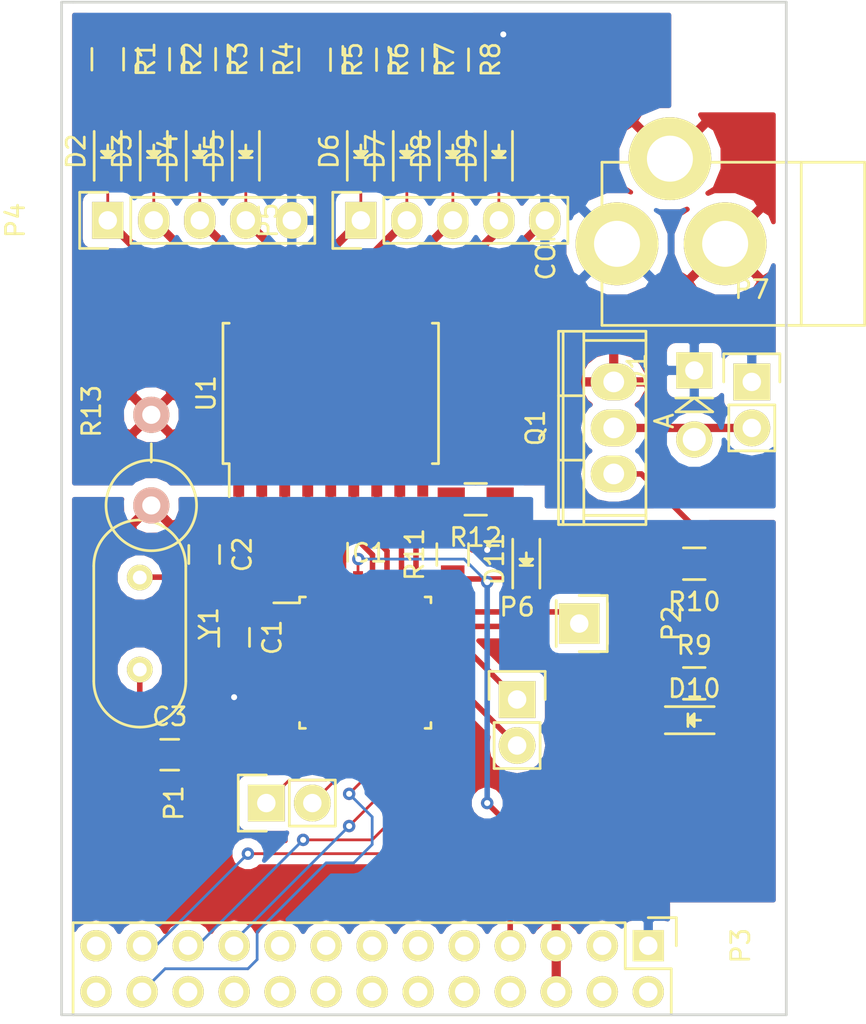
<source format=kicad_pcb>
(kicad_pcb (version 4) (host pcbnew 4.0.2+dfsg1-stable)

  (general
    (links 88)
    (no_connects 3)
    (area 142.789999 125.044999 182.945001 181.075001)
    (thickness 1.6)
    (drawings 39)
    (tracks 197)
    (zones 0)
    (modules 39)
    (nets 50)
  )

  (page A3)
  (title_block
    (date "15 nov 2012")
  )

  (layers
    (0 F.Cu signal)
    (31 B.Cu signal)
    (32 B.Adhes user)
    (33 F.Adhes user)
    (34 B.Paste user)
    (35 F.Paste user)
    (36 B.SilkS user)
    (37 F.SilkS user)
    (38 B.Mask user)
    (39 F.Mask user)
    (40 Dwgs.User user hide)
    (41 Cmts.User user)
    (42 Eco1.User user)
    (43 Eco2.User user)
    (44 Edge.Cuts user)
  )

  (setup
    (last_trace_width 0.1524)
    (user_trace_width 0.1524)
    (user_trace_width 0.3048)
    (user_trace_width 0.4572)
    (trace_clearance 0.1524)
    (zone_clearance 0.508)
    (zone_45_only yes)
    (trace_min 0.1524)
    (segment_width 0.2)
    (edge_width 0.15)
    (via_size 0.6858)
    (via_drill 0.3302)
    (via_min_size 0.6858)
    (via_min_drill 0.3302)
    (uvia_size 0.5)
    (uvia_drill 0.1)
    (uvias_allowed no)
    (uvia_min_size 0.1778)
    (uvia_min_drill 0.0889)
    (pcb_text_width 0.3)
    (pcb_text_size 1 1)
    (mod_edge_width 0.15)
    (mod_text_size 1 1)
    (mod_text_width 0.15)
    (pad_size 1 1)
    (pad_drill 0.6)
    (pad_to_mask_clearance 0)
    (aux_axis_origin 143.5 181)
    (grid_origin 143.5 181)
    (visible_elements 7FFFFFFF)
    (pcbplotparams
      (layerselection 0x010f0_80000001)
      (usegerberextensions false)
      (excludeedgelayer true)
      (linewidth 0.150000)
      (plotframeref false)
      (viasonmask false)
      (mode 1)
      (useauxorigin false)
      (hpglpennumber 1)
      (hpglpenspeed 20)
      (hpglpendiameter 15)
      (hpglpenoverlay 2)
      (psnegative false)
      (psa4output false)
      (plotreference true)
      (plotvalue true)
      (plotinvisibletext false)
      (padsonsilk false)
      (subtractmaskfromsilk true)
      (outputformat 1)
      (mirror false)
      (drillshape 0)
      (scaleselection 1)
      (outputdirectory gerbers/))
  )

  (net 0 "")
  (net 1 GND)
  (net 2 GNDD)
  (net 3 +3V3)
  (net 4 /XTAL1)
  (net 5 /XTAL2)
  (net 6 +12V)
  (net 7 "Net-(D1-Pad2)")
  (net 8 "Net-(D2-Pad2)")
  (net 9 "Net-(D2-Pad1)")
  (net 10 "Net-(D3-Pad2)")
  (net 11 "Net-(D3-Pad1)")
  (net 12 "Net-(D4-Pad2)")
  (net 13 "Net-(D4-Pad1)")
  (net 14 "Net-(D5-Pad2)")
  (net 15 "Net-(D5-Pad1)")
  (net 16 "Net-(D6-Pad2)")
  (net 17 "Net-(D6-Pad1)")
  (net 18 "Net-(D7-Pad2)")
  (net 19 "Net-(D7-Pad1)")
  (net 20 "Net-(D8-Pad2)")
  (net 21 "Net-(D8-Pad1)")
  (net 22 "Net-(D9-Pad2)")
  (net 23 "Net-(D9-Pad1)")
  (net 24 "Net-(IC1-Pad2)")
  (net 25 "Net-(IC1-Pad9)")
  (net 26 "Net-(IC1-Pad10)")
  (net 27 "Net-(IC1-Pad11)")
  (net 28 "Net-(IC1-Pad12)")
  (net 29 "Net-(IC1-Pad13)")
  (net 30 "/GPIO8(CE0)")
  (net 31 "/GPIO10(MOSI)")
  (net 32 "/GPIO9(MISO)")
  (net 33 "/GPIO11(SCLK)")
  (net 34 "Net-(IC1-Pad19)")
  (net 35 "Net-(IC1-Pad22)")
  (net 36 /VALVE)
  (net 37 "Net-(IC1-Pad24)")
  (net 38 /GPIO4)
  (net 39 "Net-(Q1-Pad1)")
  (net 40 "Net-(D10-Pad2)")
  (net 41 "Net-(D11-Pad2)")
  (net 42 /S1)
  (net 43 /S8)
  (net 44 /S7)
  (net 45 /S6)
  (net 46 /S5)
  (net 47 /S4)
  (net 48 /S3)
  (net 49 /S2)

  (net_class Default "This is the default net class."
    (clearance 0.1524)
    (trace_width 0.1524)
    (via_dia 0.6858)
    (via_drill 0.3302)
    (uvia_dia 0.5)
    (uvia_drill 0.1)
    (add_net +12V)
    (add_net +3V3)
    (add_net "/GPIO10(MOSI)")
    (add_net "/GPIO11(SCLK)")
    (add_net /GPIO4)
    (add_net "/GPIO8(CE0)")
    (add_net "/GPIO9(MISO)")
    (add_net /S1)
    (add_net /S2)
    (add_net /S3)
    (add_net /S4)
    (add_net /S5)
    (add_net /S6)
    (add_net /S7)
    (add_net /S8)
    (add_net /VALVE)
    (add_net /XTAL1)
    (add_net /XTAL2)
    (add_net GND)
    (add_net GNDD)
    (add_net "Net-(D1-Pad2)")
    (add_net "Net-(D10-Pad2)")
    (add_net "Net-(D11-Pad2)")
    (add_net "Net-(D2-Pad1)")
    (add_net "Net-(D2-Pad2)")
    (add_net "Net-(D3-Pad1)")
    (add_net "Net-(D3-Pad2)")
    (add_net "Net-(D4-Pad1)")
    (add_net "Net-(D4-Pad2)")
    (add_net "Net-(D5-Pad1)")
    (add_net "Net-(D5-Pad2)")
    (add_net "Net-(D6-Pad1)")
    (add_net "Net-(D6-Pad2)")
    (add_net "Net-(D7-Pad1)")
    (add_net "Net-(D7-Pad2)")
    (add_net "Net-(D8-Pad1)")
    (add_net "Net-(D8-Pad2)")
    (add_net "Net-(D9-Pad1)")
    (add_net "Net-(D9-Pad2)")
    (add_net "Net-(IC1-Pad10)")
    (add_net "Net-(IC1-Pad11)")
    (add_net "Net-(IC1-Pad12)")
    (add_net "Net-(IC1-Pad13)")
    (add_net "Net-(IC1-Pad19)")
    (add_net "Net-(IC1-Pad2)")
    (add_net "Net-(IC1-Pad22)")
    (add_net "Net-(IC1-Pad24)")
    (add_net "Net-(IC1-Pad9)")
    (add_net "Net-(Q1-Pad1)")
  )

  (net_class Power ""
    (clearance 0.3048)
    (trace_width 0.3048)
    (via_dia 0.6858)
    (via_drill 0.3302)
    (uvia_dia 0.5)
    (uvia_drill 0.1)
  )

  (module Housings_QFP:TQFP-32_7x7mm_Pitch0.8mm (layer F.Cu) (tedit 5A08130D) (tstamp 5A077DCF)
    (at 159.629 161.569)
    (descr "32-Lead Plastic Thin Quad Flatpack (PT) - 7x7x1.0 mm Body, 2.00 mm [TQFP] (see Microchip Packaging Specification 00000049BS.pdf)")
    (tags "QFP 0.8")
    (path /59F54790)
    (attr smd)
    (fp_text reference IC1 (at 0 -6.05) (layer F.SilkS)
      (effects (font (size 1 1) (thickness 0.15)))
    )
    (fp_text value ATMEGA328P-A (at -0.254 0.127) (layer F.Fab)
      (effects (font (size 1 1) (thickness 0.15)))
    )
    (fp_line (start -5.3 -5.3) (end -5.3 5.3) (layer F.CrtYd) (width 0.05))
    (fp_line (start 5.3 -5.3) (end 5.3 5.3) (layer F.CrtYd) (width 0.05))
    (fp_line (start -5.3 -5.3) (end 5.3 -5.3) (layer F.CrtYd) (width 0.05))
    (fp_line (start -5.3 5.3) (end 5.3 5.3) (layer F.CrtYd) (width 0.05))
    (fp_line (start -3.625 -3.625) (end -3.625 -3.3) (layer F.SilkS) (width 0.15))
    (fp_line (start 3.625 -3.625) (end 3.625 -3.3) (layer F.SilkS) (width 0.15))
    (fp_line (start 3.625 3.625) (end 3.625 3.3) (layer F.SilkS) (width 0.15))
    (fp_line (start -3.625 3.625) (end -3.625 3.3) (layer F.SilkS) (width 0.15))
    (fp_line (start -3.625 -3.625) (end -3.3 -3.625) (layer F.SilkS) (width 0.15))
    (fp_line (start -3.625 3.625) (end -3.3 3.625) (layer F.SilkS) (width 0.15))
    (fp_line (start 3.625 3.625) (end 3.3 3.625) (layer F.SilkS) (width 0.15))
    (fp_line (start 3.625 -3.625) (end 3.3 -3.625) (layer F.SilkS) (width 0.15))
    (fp_line (start -3.625 -3.3) (end -5.05 -3.3) (layer F.SilkS) (width 0.15))
    (pad 1 smd rect (at -4.25 -2.8) (size 1.6 0.55) (layers F.Cu F.Paste F.Mask)
      (net 42 /S1))
    (pad 2 smd rect (at -4.25 -2) (size 1.6 0.55) (layers F.Cu F.Paste F.Mask)
      (net 24 "Net-(IC1-Pad2)"))
    (pad 3 smd rect (at -4.25 -1.2) (size 1.6 0.55) (layers F.Cu F.Paste F.Mask)
      (net 2 GNDD))
    (pad 4 smd rect (at -4.25 -0.4) (size 1.6 0.55) (layers F.Cu F.Paste F.Mask)
      (net 3 +3V3))
    (pad 5 smd rect (at -4.25 0.4) (size 1.6 0.55) (layers F.Cu F.Paste F.Mask)
      (net 2 GNDD))
    (pad 6 smd rect (at -4.25 1.2) (size 1.6 0.55) (layers F.Cu F.Paste F.Mask)
      (net 3 +3V3))
    (pad 7 smd rect (at -4.25 2) (size 1.6 0.55) (layers F.Cu F.Paste F.Mask)
      (net 4 /XTAL1))
    (pad 8 smd rect (at -4.25 2.8) (size 1.6 0.55) (layers F.Cu F.Paste F.Mask)
      (net 5 /XTAL2))
    (pad 9 smd rect (at -2.8 4.25 90) (size 1.6 0.55) (layers F.Cu F.Paste F.Mask)
      (net 25 "Net-(IC1-Pad9)"))
    (pad 10 smd rect (at -2 4.25 90) (size 1.6 0.55) (layers F.Cu F.Paste F.Mask)
      (net 26 "Net-(IC1-Pad10)"))
    (pad 11 smd rect (at -1.2 4.25 90) (size 1.6 0.55) (layers F.Cu F.Paste F.Mask)
      (net 27 "Net-(IC1-Pad11)"))
    (pad 12 smd rect (at -0.4 4.25 90) (size 1.6 0.55) (layers F.Cu F.Paste F.Mask)
      (net 28 "Net-(IC1-Pad12)"))
    (pad 13 smd rect (at 0.4 4.25 90) (size 1.6 0.55) (layers F.Cu F.Paste F.Mask)
      (net 29 "Net-(IC1-Pad13)"))
    (pad 14 smd rect (at 1.2 4.25 90) (size 1.6 0.55) (layers F.Cu F.Paste F.Mask)
      (net 30 "/GPIO8(CE0)"))
    (pad 15 smd rect (at 2 4.25 90) (size 1.6 0.55) (layers F.Cu F.Paste F.Mask)
      (net 31 "/GPIO10(MOSI)"))
    (pad 16 smd rect (at 2.8 4.25 90) (size 1.6 0.55) (layers F.Cu F.Paste F.Mask)
      (net 32 "/GPIO9(MISO)"))
    (pad 17 smd rect (at 4.25 2.8) (size 1.6 0.55) (layers F.Cu F.Paste F.Mask)
      (net 33 "/GPIO11(SCLK)"))
    (pad 18 smd rect (at 4.25 2) (size 1.6 0.55) (layers F.Cu F.Paste F.Mask)
      (net 3 +3V3))
    (pad 19 smd rect (at 4.25 1.2) (size 1.6 0.55) (layers F.Cu F.Paste F.Mask)
      (net 34 "Net-(IC1-Pad19)"))
    (pad 20 smd rect (at 4.25 0.4) (size 1.6 0.55) (layers F.Cu F.Paste F.Mask)
      (net 3 +3V3))
    (pad 21 smd rect (at 4.25 -0.4) (size 1.6 0.55) (layers F.Cu F.Paste F.Mask)
      (net 2 GNDD))
    (pad 22 smd rect (at 4.25 -1.2) (size 1.6 0.55) (layers F.Cu F.Paste F.Mask)
      (net 35 "Net-(IC1-Pad22)"))
    (pad 23 smd rect (at 4.25 -2) (size 1.6 0.55) (layers F.Cu F.Paste F.Mask)
      (net 36 /VALVE))
    (pad 24 smd rect (at 4.25 -2.8) (size 1.6 0.55) (layers F.Cu F.Paste F.Mask)
      (net 37 "Net-(IC1-Pad24)"))
    (pad 25 smd rect (at 2.8 -4.25 90) (size 1.6 0.55) (layers F.Cu F.Paste F.Mask)
      (net 43 /S8))
    (pad 26 smd rect (at 2 -4.25 90) (size 1.6 0.55) (layers F.Cu F.Paste F.Mask)
      (net 44 /S7))
    (pad 27 smd rect (at 1.2 -4.25 90) (size 1.6 0.55) (layers F.Cu F.Paste F.Mask)
      (net 45 /S6))
    (pad 28 smd rect (at 0.4 -4.25 90) (size 1.6 0.55) (layers F.Cu F.Paste F.Mask)
      (net 46 /S5))
    (pad 29 smd rect (at -0.4 -4.25 90) (size 1.6 0.55) (layers F.Cu F.Paste F.Mask)
      (net 38 /GPIO4))
    (pad 30 smd rect (at -1.2 -4.25 90) (size 1.6 0.55) (layers F.Cu F.Paste F.Mask)
      (net 47 /S4))
    (pad 31 smd rect (at -2 -4.25 90) (size 1.6 0.55) (layers F.Cu F.Paste F.Mask)
      (net 48 /S3))
    (pad 32 smd rect (at -2.8 -4.25 90) (size 1.6 0.55) (layers F.Cu F.Paste F.Mask)
      (net 49 /S2))
    (model Housings_QFP.3dshapes/TQFP-32_7x7mm_Pitch0.8mm.wrl
      (at (xyz 0 0 0))
      (scale (xyz 1 1 1))
      (rotate (xyz 0 0 0))
    )
  )

  (module Crystals:HC-49V (layer F.Cu) (tedit 5A080214) (tstamp 5A077F1B)
    (at 147.183 159.41 270)
    (descr "Quartz boitier HC-49 Vertical")
    (tags "QUARTZ DEV")
    (path /59F55314)
    (fp_text reference Y1 (at 0 -3.81 270) (layer F.SilkS)
      (effects (font (size 1 1) (thickness 0.15)))
    )
    (fp_text value 8MHz (at 0.127 -1.524 270) (layer F.Fab)
      (effects (font (size 1 1) (thickness 0.15)))
    )
    (fp_line (start -3.175 2.54) (end 3.175 2.54) (layer F.SilkS) (width 0.15))
    (fp_line (start -3.175 -2.54) (end 3.175 -2.54) (layer F.SilkS) (width 0.15))
    (fp_arc (start 3.175 0) (end 3.175 -2.54) (angle 90) (layer F.SilkS) (width 0.15))
    (fp_arc (start 3.175 0) (end 5.715 0) (angle 90) (layer F.SilkS) (width 0.15))
    (fp_arc (start -3.175 0) (end -5.715 0) (angle 90) (layer F.SilkS) (width 0.15))
    (fp_arc (start -3.175 0) (end -3.175 2.54) (angle 90) (layer F.SilkS) (width 0.15))
    (pad 1 thru_hole circle (at -2.54 0 270) (size 1.4224 1.4224) (drill 0.762) (layers *.Cu *.Mask F.SilkS)
      (net 4 /XTAL1))
    (pad 2 thru_hole circle (at 2.54 0 270) (size 1.4224 1.4224) (drill 0.762) (layers *.Cu *.Mask F.SilkS)
      (net 5 /XTAL2))
    (model Crystals.3dshapes/HC-49V.wrl
      (at (xyz 0 0 0))
      (scale (xyz 1 1 0.2))
      (rotate (xyz 0 0 0))
    )
  )

  (module Capacitors_SMD:C_0805_HandSoldering (layer F.Cu) (tedit 5A08020E) (tstamp 5A077CD7)
    (at 152.39 160.172 270)
    (descr "Capacitor SMD 0805, hand soldering")
    (tags "capacitor 0805")
    (path /59F5B2F4)
    (attr smd)
    (fp_text reference C1 (at 0 -2.1 270) (layer F.SilkS)
      (effects (font (size 1 1) (thickness 0.15)))
    )
    (fp_text value 100nF (at -4.699 -0.127 270) (layer F.Fab)
      (effects (font (size 1 1) (thickness 0.15)))
    )
    (fp_line (start -2.3 -1) (end 2.3 -1) (layer F.CrtYd) (width 0.05))
    (fp_line (start -2.3 1) (end 2.3 1) (layer F.CrtYd) (width 0.05))
    (fp_line (start -2.3 -1) (end -2.3 1) (layer F.CrtYd) (width 0.05))
    (fp_line (start 2.3 -1) (end 2.3 1) (layer F.CrtYd) (width 0.05))
    (fp_line (start 0.5 -0.85) (end -0.5 -0.85) (layer F.SilkS) (width 0.15))
    (fp_line (start -0.5 0.85) (end 0.5 0.85) (layer F.SilkS) (width 0.15))
    (pad 1 smd rect (at -1.25 0 270) (size 1.5 1.25) (layers F.Cu F.Paste F.Mask)
      (net 2 GNDD))
    (pad 2 smd rect (at 1.25 0 270) (size 1.5 1.25) (layers F.Cu F.Paste F.Mask)
      (net 3 +3V3))
    (model Capacitors_SMD.3dshapes/C_0805_HandSoldering.wrl
      (at (xyz 0 0 0))
      (scale (xyz 1 1 1))
      (rotate (xyz 0 0 0))
    )
  )

  (module Capacitors_SMD:C_0805_HandSoldering (layer F.Cu) (tedit 541A9B8D) (tstamp 5A077CE3)
    (at 150.739 155.6 270)
    (descr "Capacitor SMD 0805, hand soldering")
    (tags "capacitor 0805")
    (path /59F5A79B)
    (attr smd)
    (fp_text reference C2 (at 0 -2.1 270) (layer F.SilkS)
      (effects (font (size 1 1) (thickness 0.15)))
    )
    (fp_text value 22pF (at 0 2.1 270) (layer F.Fab)
      (effects (font (size 1 1) (thickness 0.15)))
    )
    (fp_line (start -2.3 -1) (end 2.3 -1) (layer F.CrtYd) (width 0.05))
    (fp_line (start -2.3 1) (end 2.3 1) (layer F.CrtYd) (width 0.05))
    (fp_line (start -2.3 -1) (end -2.3 1) (layer F.CrtYd) (width 0.05))
    (fp_line (start 2.3 -1) (end 2.3 1) (layer F.CrtYd) (width 0.05))
    (fp_line (start 0.5 -0.85) (end -0.5 -0.85) (layer F.SilkS) (width 0.15))
    (fp_line (start -0.5 0.85) (end 0.5 0.85) (layer F.SilkS) (width 0.15))
    (pad 1 smd rect (at -1.25 0 270) (size 1.5 1.25) (layers F.Cu F.Paste F.Mask)
      (net 2 GNDD))
    (pad 2 smd rect (at 1.25 0 270) (size 1.5 1.25) (layers F.Cu F.Paste F.Mask)
      (net 4 /XTAL1))
    (model Capacitors_SMD.3dshapes/C_0805_HandSoldering.wrl
      (at (xyz 0 0 0))
      (scale (xyz 1 1 1))
      (rotate (xyz 0 0 0))
    )
  )

  (module Capacitors_SMD:C_0805_HandSoldering (layer F.Cu) (tedit 5A08132F) (tstamp 5A077CEF)
    (at 148.834 166.649)
    (descr "Capacitor SMD 0805, hand soldering")
    (tags "capacitor 0805")
    (path /59F5A938)
    (attr smd)
    (fp_text reference C3 (at 0 -2.1) (layer F.SilkS)
      (effects (font (size 1 1) (thickness 0.15)))
    )
    (fp_text value 22pF (at 4.572 -0.127) (layer F.Fab)
      (effects (font (size 1 1) (thickness 0.15)))
    )
    (fp_line (start -2.3 -1) (end 2.3 -1) (layer F.CrtYd) (width 0.05))
    (fp_line (start -2.3 1) (end 2.3 1) (layer F.CrtYd) (width 0.05))
    (fp_line (start -2.3 -1) (end -2.3 1) (layer F.CrtYd) (width 0.05))
    (fp_line (start 2.3 -1) (end 2.3 1) (layer F.CrtYd) (width 0.05))
    (fp_line (start 0.5 -0.85) (end -0.5 -0.85) (layer F.SilkS) (width 0.15))
    (fp_line (start -0.5 0.85) (end 0.5 0.85) (layer F.SilkS) (width 0.15))
    (pad 1 smd rect (at -1.25 0) (size 1.5 1.25) (layers F.Cu F.Paste F.Mask)
      (net 2 GNDD))
    (pad 2 smd rect (at 1.25 0) (size 1.5 1.25) (layers F.Cu F.Paste F.Mask)
      (net 5 /XTAL2))
    (model Capacitors_SMD.3dshapes/C_0805_HandSoldering.wrl
      (at (xyz 0 0 0))
      (scale (xyz 1 1 1))
      (rotate (xyz 0 0 0))
    )
  )

  (module Diodes_ThroughHole:Diode_DO-41_SOD81_Vertical_AnodeUp (layer F.Cu) (tedit 5538ACB1) (tstamp 5A077D06)
    (at 177.79 145.44 270)
    (descr "Diode, DO-41, SOD81, Vertical, Anode Up,")
    (tags "Diode, DO-41, SOD81, Vertical, Anode Up, 1N4007, SB140,")
    (path /59F6E1A1)
    (fp_text reference D1 (at 0 3.175 270) (layer F.SilkS)
      (effects (font (size 1 1) (thickness 0.15)))
    )
    (fp_text value 1N4007 (at 0.05 -2 270) (layer F.Fab)
      (effects (font (size 1 1) (thickness 0.15)))
    )
    (fp_text user A (at 2.794 1.651 270) (layer F.SilkS)
      (effects (font (size 1 1) (thickness 0.15)))
    )
    (fp_line (start 1.524 0) (end 2.286 1.016) (layer F.SilkS) (width 0.15))
    (fp_line (start 1.524 0) (end 2.286 -1.016) (layer F.SilkS) (width 0.15))
    (fp_line (start 1.524 -1.016) (end 1.524 1.016) (layer F.SilkS) (width 0.15))
    (fp_line (start 2.286 -1.016) (end 2.286 1.016) (layer F.SilkS) (width 0.15))
    (pad 2 thru_hole circle (at 3.81 0 270) (size 1.99898 1.99898) (drill 1.27) (layers *.Cu *.Mask F.SilkS)
      (net 7 "Net-(D1-Pad2)"))
    (pad 1 thru_hole rect (at 0 0 270) (size 1.99898 1.99898) (drill 1.00076) (layers *.Cu *.Mask F.SilkS)
      (net 6 +12V))
  )

  (module LEDs:LED_0805 (layer F.Cu) (tedit 55BDE1C2) (tstamp 5A077D19)
    (at 145.415 133.35 90)
    (descr "LED 0805 smd package")
    (tags "LED 0805 SMD")
    (path /59F57BFC)
    (attr smd)
    (fp_text reference D2 (at 0 -1.75 90) (layer F.SilkS)
      (effects (font (size 1 1) (thickness 0.15)))
    )
    (fp_text value " " (at 0 1.75 90) (layer F.Fab)
      (effects (font (size 1 1) (thickness 0.15)))
    )
    (fp_line (start -1.6 0.75) (end 1.1 0.75) (layer F.SilkS) (width 0.15))
    (fp_line (start -1.6 -0.75) (end 1.1 -0.75) (layer F.SilkS) (width 0.15))
    (fp_line (start -0.1 0.15) (end -0.1 -0.1) (layer F.SilkS) (width 0.15))
    (fp_line (start -0.1 -0.1) (end -0.25 0.05) (layer F.SilkS) (width 0.15))
    (fp_line (start -0.35 -0.35) (end -0.35 0.35) (layer F.SilkS) (width 0.15))
    (fp_line (start 0 0) (end 0.35 0) (layer F.SilkS) (width 0.15))
    (fp_line (start -0.35 0) (end 0 -0.35) (layer F.SilkS) (width 0.15))
    (fp_line (start 0 -0.35) (end 0 0.35) (layer F.SilkS) (width 0.15))
    (fp_line (start 0 0.35) (end -0.35 0) (layer F.SilkS) (width 0.15))
    (fp_line (start 1.9 -0.95) (end 1.9 0.95) (layer F.CrtYd) (width 0.05))
    (fp_line (start 1.9 0.95) (end -1.9 0.95) (layer F.CrtYd) (width 0.05))
    (fp_line (start -1.9 0.95) (end -1.9 -0.95) (layer F.CrtYd) (width 0.05))
    (fp_line (start -1.9 -0.95) (end 1.9 -0.95) (layer F.CrtYd) (width 0.05))
    (pad 2 smd rect (at 1.04902 0 270) (size 1.19888 1.19888) (layers F.Cu F.Paste F.Mask)
      (net 8 "Net-(D2-Pad2)"))
    (pad 1 smd rect (at -1.04902 0 270) (size 1.19888 1.19888) (layers F.Cu F.Paste F.Mask)
      (net 9 "Net-(D2-Pad1)"))
    (model LEDs.3dshapes/LED_0805.wrl
      (at (xyz 0 0 0))
      (scale (xyz 1 1 1))
      (rotate (xyz 0 0 0))
    )
  )

  (module LEDs:LED_0805 (layer F.Cu) (tedit 55BDE1C2) (tstamp 5A077D2C)
    (at 147.955 133.35 90)
    (descr "LED 0805 smd package")
    (tags "LED 0805 SMD")
    (path /59F57BE4)
    (attr smd)
    (fp_text reference D3 (at 0 -1.75 90) (layer F.SilkS)
      (effects (font (size 1 1) (thickness 0.15)))
    )
    (fp_text value " " (at 0 1.75 90) (layer F.Fab)
      (effects (font (size 1 1) (thickness 0.15)))
    )
    (fp_line (start -1.6 0.75) (end 1.1 0.75) (layer F.SilkS) (width 0.15))
    (fp_line (start -1.6 -0.75) (end 1.1 -0.75) (layer F.SilkS) (width 0.15))
    (fp_line (start -0.1 0.15) (end -0.1 -0.1) (layer F.SilkS) (width 0.15))
    (fp_line (start -0.1 -0.1) (end -0.25 0.05) (layer F.SilkS) (width 0.15))
    (fp_line (start -0.35 -0.35) (end -0.35 0.35) (layer F.SilkS) (width 0.15))
    (fp_line (start 0 0) (end 0.35 0) (layer F.SilkS) (width 0.15))
    (fp_line (start -0.35 0) (end 0 -0.35) (layer F.SilkS) (width 0.15))
    (fp_line (start 0 -0.35) (end 0 0.35) (layer F.SilkS) (width 0.15))
    (fp_line (start 0 0.35) (end -0.35 0) (layer F.SilkS) (width 0.15))
    (fp_line (start 1.9 -0.95) (end 1.9 0.95) (layer F.CrtYd) (width 0.05))
    (fp_line (start 1.9 0.95) (end -1.9 0.95) (layer F.CrtYd) (width 0.05))
    (fp_line (start -1.9 0.95) (end -1.9 -0.95) (layer F.CrtYd) (width 0.05))
    (fp_line (start -1.9 -0.95) (end 1.9 -0.95) (layer F.CrtYd) (width 0.05))
    (pad 2 smd rect (at 1.04902 0 270) (size 1.19888 1.19888) (layers F.Cu F.Paste F.Mask)
      (net 10 "Net-(D3-Pad2)"))
    (pad 1 smd rect (at -1.04902 0 270) (size 1.19888 1.19888) (layers F.Cu F.Paste F.Mask)
      (net 11 "Net-(D3-Pad1)"))
    (model LEDs.3dshapes/LED_0805.wrl
      (at (xyz 0 0 0))
      (scale (xyz 1 1 1))
      (rotate (xyz 0 0 0))
    )
  )

  (module LEDs:LED_0805 (layer F.Cu) (tedit 55BDE1C2) (tstamp 5A077D3F)
    (at 150.495 133.35 90)
    (descr "LED 0805 smd package")
    (tags "LED 0805 SMD")
    (path /59F57BCC)
    (attr smd)
    (fp_text reference D4 (at 0 -1.75 90) (layer F.SilkS)
      (effects (font (size 1 1) (thickness 0.15)))
    )
    (fp_text value " " (at 0 1.75 90) (layer F.Fab)
      (effects (font (size 1 1) (thickness 0.15)))
    )
    (fp_line (start -1.6 0.75) (end 1.1 0.75) (layer F.SilkS) (width 0.15))
    (fp_line (start -1.6 -0.75) (end 1.1 -0.75) (layer F.SilkS) (width 0.15))
    (fp_line (start -0.1 0.15) (end -0.1 -0.1) (layer F.SilkS) (width 0.15))
    (fp_line (start -0.1 -0.1) (end -0.25 0.05) (layer F.SilkS) (width 0.15))
    (fp_line (start -0.35 -0.35) (end -0.35 0.35) (layer F.SilkS) (width 0.15))
    (fp_line (start 0 0) (end 0.35 0) (layer F.SilkS) (width 0.15))
    (fp_line (start -0.35 0) (end 0 -0.35) (layer F.SilkS) (width 0.15))
    (fp_line (start 0 -0.35) (end 0 0.35) (layer F.SilkS) (width 0.15))
    (fp_line (start 0 0.35) (end -0.35 0) (layer F.SilkS) (width 0.15))
    (fp_line (start 1.9 -0.95) (end 1.9 0.95) (layer F.CrtYd) (width 0.05))
    (fp_line (start 1.9 0.95) (end -1.9 0.95) (layer F.CrtYd) (width 0.05))
    (fp_line (start -1.9 0.95) (end -1.9 -0.95) (layer F.CrtYd) (width 0.05))
    (fp_line (start -1.9 -0.95) (end 1.9 -0.95) (layer F.CrtYd) (width 0.05))
    (pad 2 smd rect (at 1.04902 0 270) (size 1.19888 1.19888) (layers F.Cu F.Paste F.Mask)
      (net 12 "Net-(D4-Pad2)"))
    (pad 1 smd rect (at -1.04902 0 270) (size 1.19888 1.19888) (layers F.Cu F.Paste F.Mask)
      (net 13 "Net-(D4-Pad1)"))
    (model LEDs.3dshapes/LED_0805.wrl
      (at (xyz 0 0 0))
      (scale (xyz 1 1 1))
      (rotate (xyz 0 0 0))
    )
  )

  (module LEDs:LED_0805 (layer F.Cu) (tedit 55BDE1C2) (tstamp 5A077D52)
    (at 153.035 133.35 90)
    (descr "LED 0805 smd package")
    (tags "LED 0805 SMD")
    (path /59F57BB4)
    (attr smd)
    (fp_text reference D5 (at 0 -1.75 90) (layer F.SilkS)
      (effects (font (size 1 1) (thickness 0.15)))
    )
    (fp_text value " " (at 0 1.75 90) (layer F.Fab)
      (effects (font (size 1 1) (thickness 0.15)))
    )
    (fp_line (start -1.6 0.75) (end 1.1 0.75) (layer F.SilkS) (width 0.15))
    (fp_line (start -1.6 -0.75) (end 1.1 -0.75) (layer F.SilkS) (width 0.15))
    (fp_line (start -0.1 0.15) (end -0.1 -0.1) (layer F.SilkS) (width 0.15))
    (fp_line (start -0.1 -0.1) (end -0.25 0.05) (layer F.SilkS) (width 0.15))
    (fp_line (start -0.35 -0.35) (end -0.35 0.35) (layer F.SilkS) (width 0.15))
    (fp_line (start 0 0) (end 0.35 0) (layer F.SilkS) (width 0.15))
    (fp_line (start -0.35 0) (end 0 -0.35) (layer F.SilkS) (width 0.15))
    (fp_line (start 0 -0.35) (end 0 0.35) (layer F.SilkS) (width 0.15))
    (fp_line (start 0 0.35) (end -0.35 0) (layer F.SilkS) (width 0.15))
    (fp_line (start 1.9 -0.95) (end 1.9 0.95) (layer F.CrtYd) (width 0.05))
    (fp_line (start 1.9 0.95) (end -1.9 0.95) (layer F.CrtYd) (width 0.05))
    (fp_line (start -1.9 0.95) (end -1.9 -0.95) (layer F.CrtYd) (width 0.05))
    (fp_line (start -1.9 -0.95) (end 1.9 -0.95) (layer F.CrtYd) (width 0.05))
    (pad 2 smd rect (at 1.04902 0 270) (size 1.19888 1.19888) (layers F.Cu F.Paste F.Mask)
      (net 14 "Net-(D5-Pad2)"))
    (pad 1 smd rect (at -1.04902 0 270) (size 1.19888 1.19888) (layers F.Cu F.Paste F.Mask)
      (net 15 "Net-(D5-Pad1)"))
    (model LEDs.3dshapes/LED_0805.wrl
      (at (xyz 0 0 0))
      (scale (xyz 1 1 1))
      (rotate (xyz 0 0 0))
    )
  )

  (module LEDs:LED_0805 (layer F.Cu) (tedit 55BDE1C2) (tstamp 5A077D65)
    (at 159.385 133.35 90)
    (descr "LED 0805 smd package")
    (tags "LED 0805 SMD")
    (path /59F57A1A)
    (attr smd)
    (fp_text reference D6 (at 0 -1.75 90) (layer F.SilkS)
      (effects (font (size 1 1) (thickness 0.15)))
    )
    (fp_text value " " (at 0 1.75 90) (layer F.Fab)
      (effects (font (size 1 1) (thickness 0.15)))
    )
    (fp_line (start -1.6 0.75) (end 1.1 0.75) (layer F.SilkS) (width 0.15))
    (fp_line (start -1.6 -0.75) (end 1.1 -0.75) (layer F.SilkS) (width 0.15))
    (fp_line (start -0.1 0.15) (end -0.1 -0.1) (layer F.SilkS) (width 0.15))
    (fp_line (start -0.1 -0.1) (end -0.25 0.05) (layer F.SilkS) (width 0.15))
    (fp_line (start -0.35 -0.35) (end -0.35 0.35) (layer F.SilkS) (width 0.15))
    (fp_line (start 0 0) (end 0.35 0) (layer F.SilkS) (width 0.15))
    (fp_line (start -0.35 0) (end 0 -0.35) (layer F.SilkS) (width 0.15))
    (fp_line (start 0 -0.35) (end 0 0.35) (layer F.SilkS) (width 0.15))
    (fp_line (start 0 0.35) (end -0.35 0) (layer F.SilkS) (width 0.15))
    (fp_line (start 1.9 -0.95) (end 1.9 0.95) (layer F.CrtYd) (width 0.05))
    (fp_line (start 1.9 0.95) (end -1.9 0.95) (layer F.CrtYd) (width 0.05))
    (fp_line (start -1.9 0.95) (end -1.9 -0.95) (layer F.CrtYd) (width 0.05))
    (fp_line (start -1.9 -0.95) (end 1.9 -0.95) (layer F.CrtYd) (width 0.05))
    (pad 2 smd rect (at 1.04902 0 270) (size 1.19888 1.19888) (layers F.Cu F.Paste F.Mask)
      (net 16 "Net-(D6-Pad2)"))
    (pad 1 smd rect (at -1.04902 0 270) (size 1.19888 1.19888) (layers F.Cu F.Paste F.Mask)
      (net 17 "Net-(D6-Pad1)"))
    (model LEDs.3dshapes/LED_0805.wrl
      (at (xyz 0 0 0))
      (scale (xyz 1 1 1))
      (rotate (xyz 0 0 0))
    )
  )

  (module LEDs:LED_0805 (layer F.Cu) (tedit 55BDE1C2) (tstamp 5A077D78)
    (at 161.925 133.35 90)
    (descr "LED 0805 smd package")
    (tags "LED 0805 SMD")
    (path /59F57A02)
    (attr smd)
    (fp_text reference D7 (at 0 -1.75 90) (layer F.SilkS)
      (effects (font (size 1 1) (thickness 0.15)))
    )
    (fp_text value " " (at 0 1.75 90) (layer F.Fab)
      (effects (font (size 1 1) (thickness 0.15)))
    )
    (fp_line (start -1.6 0.75) (end 1.1 0.75) (layer F.SilkS) (width 0.15))
    (fp_line (start -1.6 -0.75) (end 1.1 -0.75) (layer F.SilkS) (width 0.15))
    (fp_line (start -0.1 0.15) (end -0.1 -0.1) (layer F.SilkS) (width 0.15))
    (fp_line (start -0.1 -0.1) (end -0.25 0.05) (layer F.SilkS) (width 0.15))
    (fp_line (start -0.35 -0.35) (end -0.35 0.35) (layer F.SilkS) (width 0.15))
    (fp_line (start 0 0) (end 0.35 0) (layer F.SilkS) (width 0.15))
    (fp_line (start -0.35 0) (end 0 -0.35) (layer F.SilkS) (width 0.15))
    (fp_line (start 0 -0.35) (end 0 0.35) (layer F.SilkS) (width 0.15))
    (fp_line (start 0 0.35) (end -0.35 0) (layer F.SilkS) (width 0.15))
    (fp_line (start 1.9 -0.95) (end 1.9 0.95) (layer F.CrtYd) (width 0.05))
    (fp_line (start 1.9 0.95) (end -1.9 0.95) (layer F.CrtYd) (width 0.05))
    (fp_line (start -1.9 0.95) (end -1.9 -0.95) (layer F.CrtYd) (width 0.05))
    (fp_line (start -1.9 -0.95) (end 1.9 -0.95) (layer F.CrtYd) (width 0.05))
    (pad 2 smd rect (at 1.04902 0 270) (size 1.19888 1.19888) (layers F.Cu F.Paste F.Mask)
      (net 18 "Net-(D7-Pad2)"))
    (pad 1 smd rect (at -1.04902 0 270) (size 1.19888 1.19888) (layers F.Cu F.Paste F.Mask)
      (net 19 "Net-(D7-Pad1)"))
    (model LEDs.3dshapes/LED_0805.wrl
      (at (xyz 0 0 0))
      (scale (xyz 1 1 1))
      (rotate (xyz 0 0 0))
    )
  )

  (module LEDs:LED_0805 (layer F.Cu) (tedit 55BDE1C2) (tstamp 5A077D8B)
    (at 164.465 133.35 90)
    (descr "LED 0805 smd package")
    (tags "LED 0805 SMD")
    (path /59F57803)
    (attr smd)
    (fp_text reference D8 (at 0 -1.75 90) (layer F.SilkS)
      (effects (font (size 1 1) (thickness 0.15)))
    )
    (fp_text value " " (at 0 1.75 90) (layer F.Fab)
      (effects (font (size 1 1) (thickness 0.15)))
    )
    (fp_line (start -1.6 0.75) (end 1.1 0.75) (layer F.SilkS) (width 0.15))
    (fp_line (start -1.6 -0.75) (end 1.1 -0.75) (layer F.SilkS) (width 0.15))
    (fp_line (start -0.1 0.15) (end -0.1 -0.1) (layer F.SilkS) (width 0.15))
    (fp_line (start -0.1 -0.1) (end -0.25 0.05) (layer F.SilkS) (width 0.15))
    (fp_line (start -0.35 -0.35) (end -0.35 0.35) (layer F.SilkS) (width 0.15))
    (fp_line (start 0 0) (end 0.35 0) (layer F.SilkS) (width 0.15))
    (fp_line (start -0.35 0) (end 0 -0.35) (layer F.SilkS) (width 0.15))
    (fp_line (start 0 -0.35) (end 0 0.35) (layer F.SilkS) (width 0.15))
    (fp_line (start 0 0.35) (end -0.35 0) (layer F.SilkS) (width 0.15))
    (fp_line (start 1.9 -0.95) (end 1.9 0.95) (layer F.CrtYd) (width 0.05))
    (fp_line (start 1.9 0.95) (end -1.9 0.95) (layer F.CrtYd) (width 0.05))
    (fp_line (start -1.9 0.95) (end -1.9 -0.95) (layer F.CrtYd) (width 0.05))
    (fp_line (start -1.9 -0.95) (end 1.9 -0.95) (layer F.CrtYd) (width 0.05))
    (pad 2 smd rect (at 1.04902 0 270) (size 1.19888 1.19888) (layers F.Cu F.Paste F.Mask)
      (net 20 "Net-(D8-Pad2)"))
    (pad 1 smd rect (at -1.04902 0 270) (size 1.19888 1.19888) (layers F.Cu F.Paste F.Mask)
      (net 21 "Net-(D8-Pad1)"))
    (model LEDs.3dshapes/LED_0805.wrl
      (at (xyz 0 0 0))
      (scale (xyz 1 1 1))
      (rotate (xyz 0 0 0))
    )
  )

  (module LEDs:LED_0805 (layer F.Cu) (tedit 55BDE1C2) (tstamp 5A077D9E)
    (at 167.005 133.35 90)
    (descr "LED 0805 smd package")
    (tags "LED 0805 SMD")
    (path /59F57130)
    (attr smd)
    (fp_text reference D9 (at 0 -1.75 90) (layer F.SilkS)
      (effects (font (size 1 1) (thickness 0.15)))
    )
    (fp_text value " " (at 0 1.75 90) (layer F.Fab)
      (effects (font (size 1 1) (thickness 0.15)))
    )
    (fp_line (start -1.6 0.75) (end 1.1 0.75) (layer F.SilkS) (width 0.15))
    (fp_line (start -1.6 -0.75) (end 1.1 -0.75) (layer F.SilkS) (width 0.15))
    (fp_line (start -0.1 0.15) (end -0.1 -0.1) (layer F.SilkS) (width 0.15))
    (fp_line (start -0.1 -0.1) (end -0.25 0.05) (layer F.SilkS) (width 0.15))
    (fp_line (start -0.35 -0.35) (end -0.35 0.35) (layer F.SilkS) (width 0.15))
    (fp_line (start 0 0) (end 0.35 0) (layer F.SilkS) (width 0.15))
    (fp_line (start -0.35 0) (end 0 -0.35) (layer F.SilkS) (width 0.15))
    (fp_line (start 0 -0.35) (end 0 0.35) (layer F.SilkS) (width 0.15))
    (fp_line (start 0 0.35) (end -0.35 0) (layer F.SilkS) (width 0.15))
    (fp_line (start 1.9 -0.95) (end 1.9 0.95) (layer F.CrtYd) (width 0.05))
    (fp_line (start 1.9 0.95) (end -1.9 0.95) (layer F.CrtYd) (width 0.05))
    (fp_line (start -1.9 0.95) (end -1.9 -0.95) (layer F.CrtYd) (width 0.05))
    (fp_line (start -1.9 -0.95) (end 1.9 -0.95) (layer F.CrtYd) (width 0.05))
    (pad 2 smd rect (at 1.04902 0 270) (size 1.19888 1.19888) (layers F.Cu F.Paste F.Mask)
      (net 22 "Net-(D9-Pad2)"))
    (pad 1 smd rect (at -1.04902 0 270) (size 1.19888 1.19888) (layers F.Cu F.Paste F.Mask)
      (net 23 "Net-(D9-Pad1)"))
    (model LEDs.3dshapes/LED_0805.wrl
      (at (xyz 0 0 0))
      (scale (xyz 1 1 1))
      (rotate (xyz 0 0 0))
    )
  )

  (module Pin_Headers:Pin_Header_Straight_1x02 (layer F.Cu) (tedit 5A08131A) (tstamp 5A077DD0)
    (at 154.168 169.316 90)
    (descr "Through hole pin header")
    (tags "pin header")
    (path /59F56392)
    (fp_text reference P1 (at 0 -5.1 90) (layer F.SilkS)
      (effects (font (size 1 1) (thickness 0.15)))
    )
    (fp_text value X_PB01 (at -1.397 -3.429 270) (layer F.Fab)
      (effects (font (size 1 1) (thickness 0.15)))
    )
    (fp_line (start 1.27 1.27) (end 1.27 3.81) (layer F.SilkS) (width 0.15))
    (fp_line (start 1.55 -1.55) (end 1.55 0) (layer F.SilkS) (width 0.15))
    (fp_line (start -1.75 -1.75) (end -1.75 4.3) (layer F.CrtYd) (width 0.05))
    (fp_line (start 1.75 -1.75) (end 1.75 4.3) (layer F.CrtYd) (width 0.05))
    (fp_line (start -1.75 -1.75) (end 1.75 -1.75) (layer F.CrtYd) (width 0.05))
    (fp_line (start -1.75 4.3) (end 1.75 4.3) (layer F.CrtYd) (width 0.05))
    (fp_line (start 1.27 1.27) (end -1.27 1.27) (layer F.SilkS) (width 0.15))
    (fp_line (start -1.55 0) (end -1.55 -1.55) (layer F.SilkS) (width 0.15))
    (fp_line (start -1.55 -1.55) (end 1.55 -1.55) (layer F.SilkS) (width 0.15))
    (fp_line (start -1.27 1.27) (end -1.27 3.81) (layer F.SilkS) (width 0.15))
    (fp_line (start -1.27 3.81) (end 1.27 3.81) (layer F.SilkS) (width 0.15))
    (pad 1 thru_hole rect (at 0 0 90) (size 2.032 2.032) (drill 1.016) (layers *.Cu *.Mask F.SilkS)
      (net 28 "Net-(IC1-Pad12)"))
    (pad 2 thru_hole oval (at 0 2.54 90) (size 2.032 2.032) (drill 1.016) (layers *.Cu *.Mask F.SilkS)
      (net 29 "Net-(IC1-Pad13)"))
    (model Pin_Headers.3dshapes/Pin_Header_Straight_1x02.wrl
      (at (xyz 0 -0.05 0))
      (scale (xyz 1 1 1))
      (rotate (xyz 0 0 90))
    )
  )

  (module Pin_Headers:Pin_Header_Straight_2x13 (layer F.Cu) (tedit 5A0801F8) (tstamp 5A077E1D)
    (at 175.25 177.19 270)
    (descr "Through hole pin header")
    (tags "pin header")
    (path /50A55ABA)
    (fp_text reference P3 (at 0 -5.1 270) (layer F.SilkS)
      (effects (font (size 1 1) (thickness 0.15)))
    )
    (fp_text value CONN_13X2 (at 5.588 13.462 540) (layer F.Fab)
      (effects (font (size 1 1) (thickness 0.15)))
    )
    (fp_line (start -1.75 -1.75) (end -1.75 32.25) (layer F.CrtYd) (width 0.05))
    (fp_line (start 4.3 -1.75) (end 4.3 32.25) (layer F.CrtYd) (width 0.05))
    (fp_line (start -1.75 -1.75) (end 4.3 -1.75) (layer F.CrtYd) (width 0.05))
    (fp_line (start -1.75 32.25) (end 4.3 32.25) (layer F.CrtYd) (width 0.05))
    (fp_line (start 3.81 -1.27) (end 3.81 31.75) (layer F.SilkS) (width 0.15))
    (fp_line (start -1.27 1.27) (end -1.27 31.75) (layer F.SilkS) (width 0.15))
    (fp_line (start 3.81 31.75) (end -1.27 31.75) (layer F.SilkS) (width 0.15))
    (fp_line (start 3.81 -1.27) (end 1.27 -1.27) (layer F.SilkS) (width 0.15))
    (fp_line (start 0 -1.55) (end -1.55 -1.55) (layer F.SilkS) (width 0.15))
    (fp_line (start 1.27 -1.27) (end 1.27 1.27) (layer F.SilkS) (width 0.15))
    (fp_line (start 1.27 1.27) (end -1.27 1.27) (layer F.SilkS) (width 0.15))
    (fp_line (start -1.55 -1.55) (end -1.55 0) (layer F.SilkS) (width 0.15))
    (pad 1 thru_hole rect (at 0 0 270) (size 1.7272 1.7272) (drill 1.016) (layers *.Cu *.Mask F.SilkS)
      (net 3 +3V3))
    (pad 2 thru_hole oval (at 2.54 0 270) (size 1.7272 1.7272) (drill 1.016) (layers *.Cu *.Mask F.SilkS))
    (pad 3 thru_hole oval (at 0 2.54 270) (size 1.7272 1.7272) (drill 1.016) (layers *.Cu *.Mask F.SilkS))
    (pad 4 thru_hole oval (at 2.54 2.54 270) (size 1.7272 1.7272) (drill 1.016) (layers *.Cu *.Mask F.SilkS))
    (pad 5 thru_hole oval (at 0 5.08 270) (size 1.7272 1.7272) (drill 1.016) (layers *.Cu *.Mask F.SilkS)
      (net 2 GNDD))
    (pad 6 thru_hole oval (at 2.54 5.08 270) (size 1.7272 1.7272) (drill 1.016) (layers *.Cu *.Mask F.SilkS)
      (net 2 GNDD))
    (pad 7 thru_hole oval (at 0 7.62 270) (size 1.7272 1.7272) (drill 1.016) (layers *.Cu *.Mask F.SilkS)
      (net 38 /GPIO4))
    (pad 8 thru_hole oval (at 2.54 7.62 270) (size 1.7272 1.7272) (drill 1.016) (layers *.Cu *.Mask F.SilkS))
    (pad 9 thru_hole oval (at 0 10.16 270) (size 1.7272 1.7272) (drill 1.016) (layers *.Cu *.Mask F.SilkS))
    (pad 10 thru_hole oval (at 2.54 10.16 270) (size 1.7272 1.7272) (drill 1.016) (layers *.Cu *.Mask F.SilkS))
    (pad 11 thru_hole oval (at 0 12.7 270) (size 1.7272 1.7272) (drill 1.016) (layers *.Cu *.Mask F.SilkS))
    (pad 12 thru_hole oval (at 2.54 12.7 270) (size 1.7272 1.7272) (drill 1.016) (layers *.Cu *.Mask F.SilkS))
    (pad 13 thru_hole oval (at 0 15.24 270) (size 1.7272 1.7272) (drill 1.016) (layers *.Cu *.Mask F.SilkS))
    (pad 14 thru_hole oval (at 2.54 15.24 270) (size 1.7272 1.7272) (drill 1.016) (layers *.Cu *.Mask F.SilkS))
    (pad 15 thru_hole oval (at 0 17.78 270) (size 1.7272 1.7272) (drill 1.016) (layers *.Cu *.Mask F.SilkS))
    (pad 16 thru_hole oval (at 2.54 17.78 270) (size 1.7272 1.7272) (drill 1.016) (layers *.Cu *.Mask F.SilkS))
    (pad 17 thru_hole oval (at 0 20.32 270) (size 1.7272 1.7272) (drill 1.016) (layers *.Cu *.Mask F.SilkS))
    (pad 18 thru_hole oval (at 2.54 20.32 270) (size 1.7272 1.7272) (drill 1.016) (layers *.Cu *.Mask F.SilkS))
    (pad 19 thru_hole oval (at 0 22.86 270) (size 1.7272 1.7272) (drill 1.016) (layers *.Cu *.Mask F.SilkS)
      (net 31 "/GPIO10(MOSI)"))
    (pad 20 thru_hole oval (at 2.54 22.86 270) (size 1.7272 1.7272) (drill 1.016) (layers *.Cu *.Mask F.SilkS))
    (pad 21 thru_hole oval (at 0 25.4 270) (size 1.7272 1.7272) (drill 1.016) (layers *.Cu *.Mask F.SilkS)
      (net 32 "/GPIO9(MISO)"))
    (pad 22 thru_hole oval (at 2.54 25.4 270) (size 1.7272 1.7272) (drill 1.016) (layers *.Cu *.Mask F.SilkS))
    (pad 23 thru_hole oval (at 0 27.94 270) (size 1.7272 1.7272) (drill 1.016) (layers *.Cu *.Mask F.SilkS)
      (net 33 "/GPIO11(SCLK)"))
    (pad 24 thru_hole oval (at 2.54 27.94 270) (size 1.7272 1.7272) (drill 1.016) (layers *.Cu *.Mask F.SilkS)
      (net 30 "/GPIO8(CE0)"))
    (pad 25 thru_hole oval (at 0 30.48 270) (size 1.7272 1.7272) (drill 1.016) (layers *.Cu *.Mask F.SilkS))
    (pad 26 thru_hole oval (at 2.54 30.48 270) (size 1.7272 1.7272) (drill 1.016) (layers *.Cu *.Mask F.SilkS))
    (model Pin_Headers.3dshapes/Pin_Header_Straight_2x13.wrl
      (at (xyz 0.05 -0.6 0))
      (scale (xyz 1 1 1))
      (rotate (xyz 0 0 90))
    )
  )

  (module Pin_Headers:Pin_Header_Straight_1x02 (layer F.Cu) (tedit 5A0801B1) (tstamp 5A077E54)
    (at 168.011 163.601)
    (descr "Through hole pin header")
    (tags "pin header")
    (path /59F5FAC3)
    (fp_text reference P6 (at 0 -5.1) (layer F.SilkS)
      (effects (font (size 1 1) (thickness 0.15)))
    )
    (fp_text value X_ADC67 (at 2.667 1.016 90) (layer F.Fab)
      (effects (font (size 1 1) (thickness 0.15)))
    )
    (fp_line (start 1.27 1.27) (end 1.27 3.81) (layer F.SilkS) (width 0.15))
    (fp_line (start 1.55 -1.55) (end 1.55 0) (layer F.SilkS) (width 0.15))
    (fp_line (start -1.75 -1.75) (end -1.75 4.3) (layer F.CrtYd) (width 0.05))
    (fp_line (start 1.75 -1.75) (end 1.75 4.3) (layer F.CrtYd) (width 0.05))
    (fp_line (start -1.75 -1.75) (end 1.75 -1.75) (layer F.CrtYd) (width 0.05))
    (fp_line (start -1.75 4.3) (end 1.75 4.3) (layer F.CrtYd) (width 0.05))
    (fp_line (start 1.27 1.27) (end -1.27 1.27) (layer F.SilkS) (width 0.15))
    (fp_line (start -1.55 0) (end -1.55 -1.55) (layer F.SilkS) (width 0.15))
    (fp_line (start -1.55 -1.55) (end 1.55 -1.55) (layer F.SilkS) (width 0.15))
    (fp_line (start -1.27 1.27) (end -1.27 3.81) (layer F.SilkS) (width 0.15))
    (fp_line (start -1.27 3.81) (end 1.27 3.81) (layer F.SilkS) (width 0.15))
    (pad 1 thru_hole rect (at 0 0) (size 2.032 2.032) (drill 1.016) (layers *.Cu *.Mask F.SilkS)
      (net 35 "Net-(IC1-Pad22)"))
    (pad 2 thru_hole oval (at 0 2.54) (size 2.032 2.032) (drill 1.016) (layers *.Cu *.Mask F.SilkS)
      (net 34 "Net-(IC1-Pad19)"))
    (model Pin_Headers.3dshapes/Pin_Header_Straight_1x02.wrl
      (at (xyz 0 -0.05 0))
      (scale (xyz 1 1 1))
      (rotate (xyz 0 0 90))
    )
  )

  (module Pin_Headers:Pin_Header_Straight_1x02 (layer F.Cu) (tedit 54EA090C) (tstamp 5A077E65)
    (at 180.965 146.075)
    (descr "Through hole pin header")
    (tags "pin header")
    (path /59F6D650)
    (fp_text reference P7 (at 0 -5.1) (layer F.SilkS)
      (effects (font (size 1 1) (thickness 0.15)))
    )
    (fp_text value VALVE (at 0 -3.1) (layer F.Fab)
      (effects (font (size 1 1) (thickness 0.15)))
    )
    (fp_line (start 1.27 1.27) (end 1.27 3.81) (layer F.SilkS) (width 0.15))
    (fp_line (start 1.55 -1.55) (end 1.55 0) (layer F.SilkS) (width 0.15))
    (fp_line (start -1.75 -1.75) (end -1.75 4.3) (layer F.CrtYd) (width 0.05))
    (fp_line (start 1.75 -1.75) (end 1.75 4.3) (layer F.CrtYd) (width 0.05))
    (fp_line (start -1.75 -1.75) (end 1.75 -1.75) (layer F.CrtYd) (width 0.05))
    (fp_line (start -1.75 4.3) (end 1.75 4.3) (layer F.CrtYd) (width 0.05))
    (fp_line (start 1.27 1.27) (end -1.27 1.27) (layer F.SilkS) (width 0.15))
    (fp_line (start -1.55 0) (end -1.55 -1.55) (layer F.SilkS) (width 0.15))
    (fp_line (start -1.55 -1.55) (end 1.55 -1.55) (layer F.SilkS) (width 0.15))
    (fp_line (start -1.27 1.27) (end -1.27 3.81) (layer F.SilkS) (width 0.15))
    (fp_line (start -1.27 3.81) (end 1.27 3.81) (layer F.SilkS) (width 0.15))
    (pad 1 thru_hole rect (at 0 0) (size 2.032 2.032) (drill 1.016) (layers *.Cu *.Mask F.SilkS)
      (net 6 +12V))
    (pad 2 thru_hole oval (at 0 2.54) (size 2.032 2.032) (drill 1.016) (layers *.Cu *.Mask F.SilkS)
      (net 7 "Net-(D1-Pad2)"))
    (model Pin_Headers.3dshapes/Pin_Header_Straight_1x02.wrl
      (at (xyz 0 -0.05 0))
      (scale (xyz 1 1 1))
      (rotate (xyz 0 0 90))
    )
  )

  (module Power_Integrations:TO-220 (layer F.Cu) (tedit 5A07D65C) (tstamp 5A077E76)
    (at 173.345 148.615 90)
    (descr "Non Isolated JEDEC TO-220 Package")
    (tags "Power Integration YN Package")
    (path /59F6D2C6)
    (fp_text reference Q1 (at 0 -4.318 90) (layer F.SilkS)
      (effects (font (size 1 1) (thickness 0.15)))
    )
    (fp_text value TIP120 (at 0.14 2.06 90) (layer F.Fab)
      (effects (font (size 1 1) (thickness 0.15)))
    )
    (fp_line (start 4.826 -1.651) (end 4.826 1.778) (layer F.SilkS) (width 0.15))
    (fp_line (start -4.826 -1.651) (end -4.826 1.778) (layer F.SilkS) (width 0.15))
    (fp_line (start 5.334 -2.794) (end -5.334 -2.794) (layer F.SilkS) (width 0.15))
    (fp_line (start 1.778 -1.778) (end 1.778 -3.048) (layer F.SilkS) (width 0.15))
    (fp_line (start -1.778 -1.778) (end -1.778 -3.048) (layer F.SilkS) (width 0.15))
    (fp_line (start -5.334 -1.651) (end 5.334 -1.651) (layer F.SilkS) (width 0.15))
    (fp_line (start 5.334 1.778) (end -5.334 1.778) (layer F.SilkS) (width 0.15))
    (fp_line (start -5.334 -3.048) (end -5.334 1.778) (layer F.SilkS) (width 0.15))
    (fp_line (start 5.334 -3.048) (end 5.334 1.778) (layer F.SilkS) (width 0.15))
    (fp_line (start 5.334 -3.048) (end -5.334 -3.048) (layer F.SilkS) (width 0.15))
    (pad 2 thru_hole oval (at 0 0 90) (size 2.032 2.54) (drill 1.143) (layers *.Cu *.Mask F.SilkS)
      (net 7 "Net-(D1-Pad2)"))
    (pad 3 thru_hole oval (at 2.54 0 90) (size 2.032 2.54) (drill 1.143) (layers *.Cu *.Mask F.SilkS)
      (net 1 GND))
    (pad 1 thru_hole oval (at -2.54 0 90) (size 2.032 2.54) (drill 1.143) (layers *.Cu *.Mask F.SilkS)
      (net 39 "Net-(Q1-Pad1)"))
  )

  (module Resistors_SMD:R_0805_HandSoldering (layer F.Cu) (tedit 54189DEE) (tstamp 5A077E82)
    (at 145.415 128.27 270)
    (descr "Resistor SMD 0805, hand soldering")
    (tags "resistor 0805")
    (path /59F56BB4)
    (attr smd)
    (fp_text reference R1 (at 0 -2.1 270) (layer F.SilkS)
      (effects (font (size 1 1) (thickness 0.15)))
    )
    (fp_text value 500 (at 0 2.1 270) (layer F.Fab)
      (effects (font (size 1 1) (thickness 0.15)))
    )
    (fp_line (start -2.4 -1) (end 2.4 -1) (layer F.CrtYd) (width 0.05))
    (fp_line (start -2.4 1) (end 2.4 1) (layer F.CrtYd) (width 0.05))
    (fp_line (start -2.4 -1) (end -2.4 1) (layer F.CrtYd) (width 0.05))
    (fp_line (start 2.4 -1) (end 2.4 1) (layer F.CrtYd) (width 0.05))
    (fp_line (start 0.6 0.875) (end -0.6 0.875) (layer F.SilkS) (width 0.15))
    (fp_line (start -0.6 -0.875) (end 0.6 -0.875) (layer F.SilkS) (width 0.15))
    (pad 1 smd rect (at -1.35 0 270) (size 1.5 1.3) (layers F.Cu F.Paste F.Mask)
      (net 6 +12V))
    (pad 2 smd rect (at 1.35 0 270) (size 1.5 1.3) (layers F.Cu F.Paste F.Mask)
      (net 8 "Net-(D2-Pad2)"))
    (model Resistors_SMD.3dshapes/R_0805_HandSoldering.wrl
      (at (xyz 0 0 0))
      (scale (xyz 1 1 1))
      (rotate (xyz 0 0 0))
    )
  )

  (module Resistors_SMD:R_0805_HandSoldering (layer F.Cu) (tedit 54189DEE) (tstamp 5A077E8E)
    (at 147.955 128.27 270)
    (descr "Resistor SMD 0805, hand soldering")
    (tags "resistor 0805")
    (path /59F57809)
    (attr smd)
    (fp_text reference R2 (at 0 -2.1 270) (layer F.SilkS)
      (effects (font (size 1 1) (thickness 0.15)))
    )
    (fp_text value 500 (at 0 2.1 270) (layer F.Fab)
      (effects (font (size 1 1) (thickness 0.15)))
    )
    (fp_line (start -2.4 -1) (end 2.4 -1) (layer F.CrtYd) (width 0.05))
    (fp_line (start -2.4 1) (end 2.4 1) (layer F.CrtYd) (width 0.05))
    (fp_line (start -2.4 -1) (end -2.4 1) (layer F.CrtYd) (width 0.05))
    (fp_line (start 2.4 -1) (end 2.4 1) (layer F.CrtYd) (width 0.05))
    (fp_line (start 0.6 0.875) (end -0.6 0.875) (layer F.SilkS) (width 0.15))
    (fp_line (start -0.6 -0.875) (end 0.6 -0.875) (layer F.SilkS) (width 0.15))
    (pad 1 smd rect (at -1.35 0 270) (size 1.5 1.3) (layers F.Cu F.Paste F.Mask)
      (net 6 +12V))
    (pad 2 smd rect (at 1.35 0 270) (size 1.5 1.3) (layers F.Cu F.Paste F.Mask)
      (net 10 "Net-(D3-Pad2)"))
    (model Resistors_SMD.3dshapes/R_0805_HandSoldering.wrl
      (at (xyz 0 0 0))
      (scale (xyz 1 1 1))
      (rotate (xyz 0 0 0))
    )
  )

  (module Resistors_SMD:R_0805_HandSoldering (layer F.Cu) (tedit 54189DEE) (tstamp 5A077E9A)
    (at 150.495 128.27 270)
    (descr "Resistor SMD 0805, hand soldering")
    (tags "resistor 0805")
    (path /59F579FC)
    (attr smd)
    (fp_text reference R3 (at 0 -2.1 270) (layer F.SilkS)
      (effects (font (size 1 1) (thickness 0.15)))
    )
    (fp_text value 500 (at 0 2.1 270) (layer F.Fab)
      (effects (font (size 1 1) (thickness 0.15)))
    )
    (fp_line (start -2.4 -1) (end 2.4 -1) (layer F.CrtYd) (width 0.05))
    (fp_line (start -2.4 1) (end 2.4 1) (layer F.CrtYd) (width 0.05))
    (fp_line (start -2.4 -1) (end -2.4 1) (layer F.CrtYd) (width 0.05))
    (fp_line (start 2.4 -1) (end 2.4 1) (layer F.CrtYd) (width 0.05))
    (fp_line (start 0.6 0.875) (end -0.6 0.875) (layer F.SilkS) (width 0.15))
    (fp_line (start -0.6 -0.875) (end 0.6 -0.875) (layer F.SilkS) (width 0.15))
    (pad 1 smd rect (at -1.35 0 270) (size 1.5 1.3) (layers F.Cu F.Paste F.Mask)
      (net 6 +12V))
    (pad 2 smd rect (at 1.35 0 270) (size 1.5 1.3) (layers F.Cu F.Paste F.Mask)
      (net 12 "Net-(D4-Pad2)"))
    (model Resistors_SMD.3dshapes/R_0805_HandSoldering.wrl
      (at (xyz 0 0 0))
      (scale (xyz 1 1 1))
      (rotate (xyz 0 0 0))
    )
  )

  (module Resistors_SMD:R_0805_HandSoldering (layer F.Cu) (tedit 54189DEE) (tstamp 5A077EA6)
    (at 153.035 128.27 270)
    (descr "Resistor SMD 0805, hand soldering")
    (tags "resistor 0805")
    (path /59F57A08)
    (attr smd)
    (fp_text reference R4 (at 0 -2.1 270) (layer F.SilkS)
      (effects (font (size 1 1) (thickness 0.15)))
    )
    (fp_text value 500 (at 0 2.1 270) (layer F.Fab)
      (effects (font (size 1 1) (thickness 0.15)))
    )
    (fp_line (start -2.4 -1) (end 2.4 -1) (layer F.CrtYd) (width 0.05))
    (fp_line (start -2.4 1) (end 2.4 1) (layer F.CrtYd) (width 0.05))
    (fp_line (start -2.4 -1) (end -2.4 1) (layer F.CrtYd) (width 0.05))
    (fp_line (start 2.4 -1) (end 2.4 1) (layer F.CrtYd) (width 0.05))
    (fp_line (start 0.6 0.875) (end -0.6 0.875) (layer F.SilkS) (width 0.15))
    (fp_line (start -0.6 -0.875) (end 0.6 -0.875) (layer F.SilkS) (width 0.15))
    (pad 1 smd rect (at -1.35 0 270) (size 1.5 1.3) (layers F.Cu F.Paste F.Mask)
      (net 6 +12V))
    (pad 2 smd rect (at 1.35 0 270) (size 1.5 1.3) (layers F.Cu F.Paste F.Mask)
      (net 14 "Net-(D5-Pad2)"))
    (model Resistors_SMD.3dshapes/R_0805_HandSoldering.wrl
      (at (xyz 0 0 0))
      (scale (xyz 1 1 1))
      (rotate (xyz 0 0 0))
    )
  )

  (module Resistors_SMD:R_0805_HandSoldering (layer F.Cu) (tedit 54189DEE) (tstamp 5A077EB2)
    (at 156.835 128.295 270)
    (descr "Resistor SMD 0805, hand soldering")
    (tags "resistor 0805")
    (path /59F57BBA)
    (attr smd)
    (fp_text reference R5 (at 0 -2.1 270) (layer F.SilkS)
      (effects (font (size 1 1) (thickness 0.15)))
    )
    (fp_text value 500 (at 0 2.1 270) (layer F.Fab)
      (effects (font (size 1 1) (thickness 0.15)))
    )
    (fp_line (start -2.4 -1) (end 2.4 -1) (layer F.CrtYd) (width 0.05))
    (fp_line (start -2.4 1) (end 2.4 1) (layer F.CrtYd) (width 0.05))
    (fp_line (start -2.4 -1) (end -2.4 1) (layer F.CrtYd) (width 0.05))
    (fp_line (start 2.4 -1) (end 2.4 1) (layer F.CrtYd) (width 0.05))
    (fp_line (start 0.6 0.875) (end -0.6 0.875) (layer F.SilkS) (width 0.15))
    (fp_line (start -0.6 -0.875) (end 0.6 -0.875) (layer F.SilkS) (width 0.15))
    (pad 1 smd rect (at -1.35 0 270) (size 1.5 1.3) (layers F.Cu F.Paste F.Mask)
      (net 6 +12V))
    (pad 2 smd rect (at 1.35 0 270) (size 1.5 1.3) (layers F.Cu F.Paste F.Mask)
      (net 16 "Net-(D6-Pad2)"))
    (model Resistors_SMD.3dshapes/R_0805_HandSoldering.wrl
      (at (xyz 0 0 0))
      (scale (xyz 1 1 1))
      (rotate (xyz 0 0 0))
    )
  )

  (module Resistors_SMD:R_0805_HandSoldering (layer F.Cu) (tedit 54189DEE) (tstamp 5A077EBE)
    (at 159.375 128.295 270)
    (descr "Resistor SMD 0805, hand soldering")
    (tags "resistor 0805")
    (path /59F57BD2)
    (attr smd)
    (fp_text reference R6 (at 0 -2.1 270) (layer F.SilkS)
      (effects (font (size 1 1) (thickness 0.15)))
    )
    (fp_text value 500 (at 0 2.1 270) (layer F.Fab)
      (effects (font (size 1 1) (thickness 0.15)))
    )
    (fp_line (start -2.4 -1) (end 2.4 -1) (layer F.CrtYd) (width 0.05))
    (fp_line (start -2.4 1) (end 2.4 1) (layer F.CrtYd) (width 0.05))
    (fp_line (start -2.4 -1) (end -2.4 1) (layer F.CrtYd) (width 0.05))
    (fp_line (start 2.4 -1) (end 2.4 1) (layer F.CrtYd) (width 0.05))
    (fp_line (start 0.6 0.875) (end -0.6 0.875) (layer F.SilkS) (width 0.15))
    (fp_line (start -0.6 -0.875) (end 0.6 -0.875) (layer F.SilkS) (width 0.15))
    (pad 1 smd rect (at -1.35 0 270) (size 1.5 1.3) (layers F.Cu F.Paste F.Mask)
      (net 6 +12V))
    (pad 2 smd rect (at 1.35 0 270) (size 1.5 1.3) (layers F.Cu F.Paste F.Mask)
      (net 18 "Net-(D7-Pad2)"))
    (model Resistors_SMD.3dshapes/R_0805_HandSoldering.wrl
      (at (xyz 0 0 0))
      (scale (xyz 1 1 1))
      (rotate (xyz 0 0 0))
    )
  )

  (module Resistors_SMD:R_0805_HandSoldering (layer F.Cu) (tedit 54189DEE) (tstamp 5A077ECA)
    (at 161.915 128.295 270)
    (descr "Resistor SMD 0805, hand soldering")
    (tags "resistor 0805")
    (path /59F57BEA)
    (attr smd)
    (fp_text reference R7 (at 0 -2.1 270) (layer F.SilkS)
      (effects (font (size 1 1) (thickness 0.15)))
    )
    (fp_text value 500 (at 0 2.1 270) (layer F.Fab)
      (effects (font (size 1 1) (thickness 0.15)))
    )
    (fp_line (start -2.4 -1) (end 2.4 -1) (layer F.CrtYd) (width 0.05))
    (fp_line (start -2.4 1) (end 2.4 1) (layer F.CrtYd) (width 0.05))
    (fp_line (start -2.4 -1) (end -2.4 1) (layer F.CrtYd) (width 0.05))
    (fp_line (start 2.4 -1) (end 2.4 1) (layer F.CrtYd) (width 0.05))
    (fp_line (start 0.6 0.875) (end -0.6 0.875) (layer F.SilkS) (width 0.15))
    (fp_line (start -0.6 -0.875) (end 0.6 -0.875) (layer F.SilkS) (width 0.15))
    (pad 1 smd rect (at -1.35 0 270) (size 1.5 1.3) (layers F.Cu F.Paste F.Mask)
      (net 6 +12V))
    (pad 2 smd rect (at 1.35 0 270) (size 1.5 1.3) (layers F.Cu F.Paste F.Mask)
      (net 20 "Net-(D8-Pad2)"))
    (model Resistors_SMD.3dshapes/R_0805_HandSoldering.wrl
      (at (xyz 0 0 0))
      (scale (xyz 1 1 1))
      (rotate (xyz 0 0 0))
    )
  )

  (module Resistors_SMD:R_0805_HandSoldering (layer F.Cu) (tedit 54189DEE) (tstamp 5A077ED6)
    (at 164.455 128.295 270)
    (descr "Resistor SMD 0805, hand soldering")
    (tags "resistor 0805")
    (path /59F57C02)
    (attr smd)
    (fp_text reference R8 (at 0 -2.1 270) (layer F.SilkS)
      (effects (font (size 1 1) (thickness 0.15)))
    )
    (fp_text value 500 (at 0 2.1 270) (layer F.Fab)
      (effects (font (size 1 1) (thickness 0.15)))
    )
    (fp_line (start -2.4 -1) (end 2.4 -1) (layer F.CrtYd) (width 0.05))
    (fp_line (start -2.4 1) (end 2.4 1) (layer F.CrtYd) (width 0.05))
    (fp_line (start -2.4 -1) (end -2.4 1) (layer F.CrtYd) (width 0.05))
    (fp_line (start 2.4 -1) (end 2.4 1) (layer F.CrtYd) (width 0.05))
    (fp_line (start 0.6 0.875) (end -0.6 0.875) (layer F.SilkS) (width 0.15))
    (fp_line (start -0.6 -0.875) (end 0.6 -0.875) (layer F.SilkS) (width 0.15))
    (pad 1 smd rect (at -1.35 0 270) (size 1.5 1.3) (layers F.Cu F.Paste F.Mask)
      (net 6 +12V))
    (pad 2 smd rect (at 1.35 0 270) (size 1.5 1.3) (layers F.Cu F.Paste F.Mask)
      (net 22 "Net-(D9-Pad2)"))
    (model Resistors_SMD.3dshapes/R_0805_HandSoldering.wrl
      (at (xyz 0 0 0))
      (scale (xyz 1 1 1))
      (rotate (xyz 0 0 0))
    )
  )

  (module Resistors_SMD:R_0805_HandSoldering (layer F.Cu) (tedit 5A0801CE) (tstamp 5A077EE2)
    (at 177.79 156.108 180)
    (descr "Resistor SMD 0805, hand soldering")
    (tags "resistor 0805")
    (path /59F6CFAA)
    (attr smd)
    (fp_text reference R10 (at 0 -2.1 180) (layer F.SilkS)
      (effects (font (size 1 1) (thickness 0.15)))
    )
    (fp_text value 1K (at -3.048 0.127 180) (layer F.Fab)
      (effects (font (size 1 1) (thickness 0.15)))
    )
    (fp_line (start -2.4 -1) (end 2.4 -1) (layer F.CrtYd) (width 0.05))
    (fp_line (start -2.4 1) (end 2.4 1) (layer F.CrtYd) (width 0.05))
    (fp_line (start -2.4 -1) (end -2.4 1) (layer F.CrtYd) (width 0.05))
    (fp_line (start 2.4 -1) (end 2.4 1) (layer F.CrtYd) (width 0.05))
    (fp_line (start 0.6 0.875) (end -0.6 0.875) (layer F.SilkS) (width 0.15))
    (fp_line (start -0.6 -0.875) (end 0.6 -0.875) (layer F.SilkS) (width 0.15))
    (pad 1 smd rect (at -1.35 0 180) (size 1.5 1.3) (layers F.Cu F.Paste F.Mask)
      (net 39 "Net-(Q1-Pad1)"))
    (pad 2 smd rect (at 1.35 0 180) (size 1.5 1.3) (layers F.Cu F.Paste F.Mask)
      (net 36 /VALVE))
    (model Resistors_SMD.3dshapes/R_0805_HandSoldering.wrl
      (at (xyz 0 0 0))
      (scale (xyz 1 1 1))
      (rotate (xyz 0 0 0))
    )
  )

  (module Resistors_SMD:R_0805_HandSoldering (layer F.Cu) (tedit 5A07A905) (tstamp 5A077EEE)
    (at 164.455 155.6 90)
    (descr "Resistor SMD 0805, hand soldering")
    (tags "resistor 0805")
    (path /59F68F60)
    (attr smd)
    (fp_text reference R11 (at 0 -2.1 90) (layer F.SilkS)
      (effects (font (size 1 1) (thickness 0.15)))
    )
    (fp_text value 10K (at 0 2 90) (layer F.Fab)
      (effects (font (size 1 1) (thickness 0.15)))
    )
    (fp_line (start -2.4 -1) (end 2.4 -1) (layer F.CrtYd) (width 0.05))
    (fp_line (start -2.4 1) (end 2.4 1) (layer F.CrtYd) (width 0.05))
    (fp_line (start -2.4 -1) (end -2.4 1) (layer F.CrtYd) (width 0.05))
    (fp_line (start 2.4 -1) (end 2.4 1) (layer F.CrtYd) (width 0.05))
    (fp_line (start 0.6 0.875) (end -0.6 0.875) (layer F.SilkS) (width 0.15))
    (fp_line (start -0.6 -0.875) (end 0.6 -0.875) (layer F.SilkS) (width 0.15))
    (pad 1 smd rect (at -1.35 0 90) (size 1.5 1.3) (layers F.Cu F.Paste F.Mask)
      (net 38 /GPIO4))
    (pad 2 smd rect (at 1.35 0 90) (size 1.5 1.3) (layers F.Cu F.Paste F.Mask)
      (net 3 +3V3))
    (model Resistors_SMD.3dshapes/R_0805_HandSoldering.wrl
      (at (xyz 0 0 0))
      (scale (xyz 1 1 1))
      (rotate (xyz 0 0 0))
    )
  )

  (module Housings_SOIC:SOIC-18_7.5x11.6mm_Pitch1.27mm (layer F.Cu) (tedit 54130A77) (tstamp 5A077F0F)
    (at 157.724 146.71 90)
    (descr "18-Lead Plastic Small Outline (SO) - Wide, 7.50 mm Body [SOIC] (see Microchip Packaging Specification 00000049BS.pdf)")
    (tags "SOIC 1.27")
    (path /59F56887)
    (attr smd)
    (fp_text reference U1 (at 0 -6.875 90) (layer F.SilkS)
      (effects (font (size 1 1) (thickness 0.15)))
    )
    (fp_text value ULN2803A (at 0 6.875 90) (layer F.Fab)
      (effects (font (size 1 1) (thickness 0.15)))
    )
    (fp_line (start -5.95 -6.15) (end -5.95 6.15) (layer F.CrtYd) (width 0.05))
    (fp_line (start 5.95 -6.15) (end 5.95 6.15) (layer F.CrtYd) (width 0.05))
    (fp_line (start -5.95 -6.15) (end 5.95 -6.15) (layer F.CrtYd) (width 0.05))
    (fp_line (start -5.95 6.15) (end 5.95 6.15) (layer F.CrtYd) (width 0.05))
    (fp_line (start -3.875 -5.95) (end -3.875 -5.605) (layer F.SilkS) (width 0.15))
    (fp_line (start 3.875 -5.95) (end 3.875 -5.605) (layer F.SilkS) (width 0.15))
    (fp_line (start 3.875 5.95) (end 3.875 5.605) (layer F.SilkS) (width 0.15))
    (fp_line (start -3.875 5.95) (end -3.875 5.605) (layer F.SilkS) (width 0.15))
    (fp_line (start -3.875 -5.95) (end 3.875 -5.95) (layer F.SilkS) (width 0.15))
    (fp_line (start -3.875 5.95) (end 3.875 5.95) (layer F.SilkS) (width 0.15))
    (fp_line (start -3.875 -5.605) (end -5.7 -5.605) (layer F.SilkS) (width 0.15))
    (pad 1 smd rect (at -4.7 -5.08 90) (size 2 0.6) (layers F.Cu F.Paste F.Mask)
      (net 42 /S1))
    (pad 2 smd rect (at -4.7 -3.81 90) (size 2 0.6) (layers F.Cu F.Paste F.Mask)
      (net 49 /S2))
    (pad 3 smd rect (at -4.7 -2.54 90) (size 2 0.6) (layers F.Cu F.Paste F.Mask)
      (net 48 /S3))
    (pad 4 smd rect (at -4.7 -1.27 90) (size 2 0.6) (layers F.Cu F.Paste F.Mask)
      (net 47 /S4))
    (pad 5 smd rect (at -4.7 0 90) (size 2 0.6) (layers F.Cu F.Paste F.Mask)
      (net 46 /S5))
    (pad 6 smd rect (at -4.7 1.27 90) (size 2 0.6) (layers F.Cu F.Paste F.Mask)
      (net 45 /S6))
    (pad 7 smd rect (at -4.7 2.54 90) (size 2 0.6) (layers F.Cu F.Paste F.Mask)
      (net 44 /S7))
    (pad 8 smd rect (at -4.7 3.81 90) (size 2 0.6) (layers F.Cu F.Paste F.Mask)
      (net 43 /S8))
    (pad 9 smd rect (at -4.7 5.08 90) (size 2 0.6) (layers F.Cu F.Paste F.Mask)
      (net 1 GND))
    (pad 10 smd rect (at 4.7 5.08 90) (size 2 0.6) (layers F.Cu F.Paste F.Mask)
      (net 6 +12V))
    (pad 11 smd rect (at 4.7 3.81 90) (size 2 0.6) (layers F.Cu F.Paste F.Mask)
      (net 23 "Net-(D9-Pad1)"))
    (pad 12 smd rect (at 4.7 2.54 90) (size 2 0.6) (layers F.Cu F.Paste F.Mask)
      (net 21 "Net-(D8-Pad1)"))
    (pad 13 smd rect (at 4.7 1.27 90) (size 2 0.6) (layers F.Cu F.Paste F.Mask)
      (net 19 "Net-(D7-Pad1)"))
    (pad 14 smd rect (at 4.7 0 90) (size 2 0.6) (layers F.Cu F.Paste F.Mask)
      (net 17 "Net-(D6-Pad1)"))
    (pad 15 smd rect (at 4.7 -1.27 90) (size 2 0.6) (layers F.Cu F.Paste F.Mask)
      (net 15 "Net-(D5-Pad1)"))
    (pad 16 smd rect (at 4.7 -2.54 90) (size 2 0.6) (layers F.Cu F.Paste F.Mask)
      (net 13 "Net-(D4-Pad1)"))
    (pad 17 smd rect (at 4.7 -3.81 90) (size 2 0.6) (layers F.Cu F.Paste F.Mask)
      (net 11 "Net-(D3-Pad1)"))
    (pad 18 smd rect (at 4.7 -5.08 90) (size 2 0.6) (layers F.Cu F.Paste F.Mask)
      (net 9 "Net-(D2-Pad1)"))
    (model Housings_SOIC.3dshapes/SOIC-18_7.5x11.6mm_Pitch1.27mm.wrl
      (at (xyz 0 0 0))
      (scale (xyz 1 1 1))
      (rotate (xyz 0 0 0))
    )
  )

  (module LEDs:LED_0805 (layer F.Cu) (tedit 5A080A9A) (tstamp 5A08A29D)
    (at 177.79 164.744)
    (descr "LED 0805 smd package")
    (tags "LED 0805 SMD")
    (path /59F7B1C0)
    (attr smd)
    (fp_text reference D10 (at 0 -1.75) (layer F.SilkS)
      (effects (font (size 1 1) (thickness 0.15)))
    )
    (fp_text value YELLOW (at 1.905 -3.81) (layer F.Fab)
      (effects (font (size 1 1) (thickness 0.15)))
    )
    (fp_line (start -1.6 0.75) (end 1.1 0.75) (layer F.SilkS) (width 0.15))
    (fp_line (start -1.6 -0.75) (end 1.1 -0.75) (layer F.SilkS) (width 0.15))
    (fp_line (start -0.1 0.15) (end -0.1 -0.1) (layer F.SilkS) (width 0.15))
    (fp_line (start -0.1 -0.1) (end -0.25 0.05) (layer F.SilkS) (width 0.15))
    (fp_line (start -0.35 -0.35) (end -0.35 0.35) (layer F.SilkS) (width 0.15))
    (fp_line (start 0 0) (end 0.35 0) (layer F.SilkS) (width 0.15))
    (fp_line (start -0.35 0) (end 0 -0.35) (layer F.SilkS) (width 0.15))
    (fp_line (start 0 -0.35) (end 0 0.35) (layer F.SilkS) (width 0.15))
    (fp_line (start 0 0.35) (end -0.35 0) (layer F.SilkS) (width 0.15))
    (fp_line (start 1.9 -0.95) (end 1.9 0.95) (layer F.CrtYd) (width 0.05))
    (fp_line (start 1.9 0.95) (end -1.9 0.95) (layer F.CrtYd) (width 0.05))
    (fp_line (start -1.9 0.95) (end -1.9 -0.95) (layer F.CrtYd) (width 0.05))
    (fp_line (start -1.9 -0.95) (end 1.9 -0.95) (layer F.CrtYd) (width 0.05))
    (pad 2 smd rect (at 1.04902 0 180) (size 1.19888 1.19888) (layers F.Cu F.Paste F.Mask)
      (net 40 "Net-(D10-Pad2)"))
    (pad 1 smd rect (at -1.04902 0 180) (size 1.19888 1.19888) (layers F.Cu F.Paste F.Mask)
      (net 2 GNDD))
    (model LEDs.3dshapes/LED_0805.wrl
      (at (xyz 0 0 0))
      (scale (xyz 1 1 1))
      (rotate (xyz 0 0 0))
    )
  )

  (module LEDs:LED_0805 (layer F.Cu) (tedit 5A080A84) (tstamp 5A08A2B0)
    (at 168.519 155.854 90)
    (descr "LED 0805 smd package")
    (tags "LED 0805 SMD")
    (path /59F7A6E8)
    (attr smd)
    (fp_text reference D11 (at 0 -1.75 90) (layer F.SilkS)
      (effects (font (size 1 1) (thickness 0.15)))
    )
    (fp_text value RED (at -0.127 1.651 90) (layer F.Fab)
      (effects (font (size 1 1) (thickness 0.15)))
    )
    (fp_line (start -1.6 0.75) (end 1.1 0.75) (layer F.SilkS) (width 0.15))
    (fp_line (start -1.6 -0.75) (end 1.1 -0.75) (layer F.SilkS) (width 0.15))
    (fp_line (start -0.1 0.15) (end -0.1 -0.1) (layer F.SilkS) (width 0.15))
    (fp_line (start -0.1 -0.1) (end -0.25 0.05) (layer F.SilkS) (width 0.15))
    (fp_line (start -0.35 -0.35) (end -0.35 0.35) (layer F.SilkS) (width 0.15))
    (fp_line (start 0 0) (end 0.35 0) (layer F.SilkS) (width 0.15))
    (fp_line (start -0.35 0) (end 0 -0.35) (layer F.SilkS) (width 0.15))
    (fp_line (start 0 -0.35) (end 0 0.35) (layer F.SilkS) (width 0.15))
    (fp_line (start 0 0.35) (end -0.35 0) (layer F.SilkS) (width 0.15))
    (fp_line (start 1.9 -0.95) (end 1.9 0.95) (layer F.CrtYd) (width 0.05))
    (fp_line (start 1.9 0.95) (end -1.9 0.95) (layer F.CrtYd) (width 0.05))
    (fp_line (start -1.9 0.95) (end -1.9 -0.95) (layer F.CrtYd) (width 0.05))
    (fp_line (start -1.9 -0.95) (end 1.9 -0.95) (layer F.CrtYd) (width 0.05))
    (pad 2 smd rect (at 1.04902 0 270) (size 1.19888 1.19888) (layers F.Cu F.Paste F.Mask)
      (net 41 "Net-(D11-Pad2)"))
    (pad 1 smd rect (at -1.04902 0 270) (size 1.19888 1.19888) (layers F.Cu F.Paste F.Mask)
      (net 38 /GPIO4))
    (model LEDs.3dshapes/LED_0805.wrl
      (at (xyz 0 0 0))
      (scale (xyz 1 1 1))
      (rotate (xyz 0 0 0))
    )
  )

  (module Pin_Headers:Pin_Header_Straight_1x05 (layer F.Cu) (tedit 5A077E0A) (tstamp 5A08A2B1)
    (at 145.415 137.16 90)
    (descr "Through hole pin header")
    (tags "pin header")
    (path /59F55796)
    (fp_text reference P4 (at 0 -5.1 90) (layer F.SilkS)
      (effects (font (size 1 1) (thickness 0.15)))
    )
    (fp_text value AZIMUTH (at -2.54 5.08 180) (layer F.Fab)
      (effects (font (size 1 1) (thickness 0.15)))
    )
    (fp_line (start -1.55 0) (end -1.55 -1.55) (layer F.SilkS) (width 0.15))
    (fp_line (start -1.55 -1.55) (end 1.55 -1.55) (layer F.SilkS) (width 0.15))
    (fp_line (start 1.55 -1.55) (end 1.55 0) (layer F.SilkS) (width 0.15))
    (fp_line (start -1.75 -1.75) (end -1.75 11.95) (layer F.CrtYd) (width 0.05))
    (fp_line (start 1.75 -1.75) (end 1.75 11.95) (layer F.CrtYd) (width 0.05))
    (fp_line (start -1.75 -1.75) (end 1.75 -1.75) (layer F.CrtYd) (width 0.05))
    (fp_line (start -1.75 11.95) (end 1.75 11.95) (layer F.CrtYd) (width 0.05))
    (fp_line (start 1.27 1.27) (end 1.27 11.43) (layer F.SilkS) (width 0.15))
    (fp_line (start 1.27 11.43) (end -1.27 11.43) (layer F.SilkS) (width 0.15))
    (fp_line (start -1.27 11.43) (end -1.27 1.27) (layer F.SilkS) (width 0.15))
    (fp_line (start 1.27 1.27) (end -1.27 1.27) (layer F.SilkS) (width 0.15))
    (pad 1 thru_hole rect (at 0 0 90) (size 2.032 1.7272) (drill 1.016) (layers *.Cu *.Mask F.SilkS)
      (net 9 "Net-(D2-Pad1)"))
    (pad 2 thru_hole oval (at 0 2.54 90) (size 2.032 1.7272) (drill 1.016) (layers *.Cu *.Mask F.SilkS)
      (net 11 "Net-(D3-Pad1)"))
    (pad 3 thru_hole oval (at 0 5.08 90) (size 2.032 1.7272) (drill 1.016) (layers *.Cu *.Mask F.SilkS)
      (net 13 "Net-(D4-Pad1)"))
    (pad 4 thru_hole oval (at 0 7.62 90) (size 2.032 1.7272) (drill 1.016) (layers *.Cu *.Mask F.SilkS)
      (net 15 "Net-(D5-Pad1)"))
    (pad 5 thru_hole oval (at 0 10.16 90) (size 2.032 1.7272) (drill 1.016) (layers *.Cu *.Mask F.SilkS)
      (net 6 +12V))
    (model Pin_Headers.3dshapes/Pin_Header_Straight_1x05.wrl
      (at (xyz 0 -0.2 0))
      (scale (xyz 1 1 1))
      (rotate (xyz 0 0 90))
    )
  )

  (module Pin_Headers:Pin_Header_Straight_1x05 (layer F.Cu) (tedit 5A077E06) (tstamp 5A08A2C4)
    (at 159.385 137.16 90)
    (descr "Through hole pin header")
    (tags "pin header")
    (path /59F557FF)
    (fp_text reference P5 (at 0 -5.1 90) (layer F.SilkS)
      (effects (font (size 1 1) (thickness 0.15)))
    )
    (fp_text value ELEVATION (at -2.54 5.08 180) (layer F.Fab)
      (effects (font (size 1 1) (thickness 0.15)))
    )
    (fp_line (start -1.55 0) (end -1.55 -1.55) (layer F.SilkS) (width 0.15))
    (fp_line (start -1.55 -1.55) (end 1.55 -1.55) (layer F.SilkS) (width 0.15))
    (fp_line (start 1.55 -1.55) (end 1.55 0) (layer F.SilkS) (width 0.15))
    (fp_line (start -1.75 -1.75) (end -1.75 11.95) (layer F.CrtYd) (width 0.05))
    (fp_line (start 1.75 -1.75) (end 1.75 11.95) (layer F.CrtYd) (width 0.05))
    (fp_line (start -1.75 -1.75) (end 1.75 -1.75) (layer F.CrtYd) (width 0.05))
    (fp_line (start -1.75 11.95) (end 1.75 11.95) (layer F.CrtYd) (width 0.05))
    (fp_line (start 1.27 1.27) (end 1.27 11.43) (layer F.SilkS) (width 0.15))
    (fp_line (start 1.27 11.43) (end -1.27 11.43) (layer F.SilkS) (width 0.15))
    (fp_line (start -1.27 11.43) (end -1.27 1.27) (layer F.SilkS) (width 0.15))
    (fp_line (start 1.27 1.27) (end -1.27 1.27) (layer F.SilkS) (width 0.15))
    (pad 1 thru_hole rect (at 0 0 90) (size 2.032 1.7272) (drill 1.016) (layers *.Cu *.Mask F.SilkS)
      (net 17 "Net-(D6-Pad1)"))
    (pad 2 thru_hole oval (at 0 2.54 90) (size 2.032 1.7272) (drill 1.016) (layers *.Cu *.Mask F.SilkS)
      (net 19 "Net-(D7-Pad1)"))
    (pad 3 thru_hole oval (at 0 5.08 90) (size 2.032 1.7272) (drill 1.016) (layers *.Cu *.Mask F.SilkS)
      (net 21 "Net-(D8-Pad1)"))
    (pad 4 thru_hole oval (at 0 7.62 90) (size 2.032 1.7272) (drill 1.016) (layers *.Cu *.Mask F.SilkS)
      (net 23 "Net-(D9-Pad1)"))
    (pad 5 thru_hole oval (at 0 10.16 90) (size 2.032 1.7272) (drill 1.016) (layers *.Cu *.Mask F.SilkS)
      (net 6 +12V))
    (model Pin_Headers.3dshapes/Pin_Header_Straight_1x05.wrl
      (at (xyz 0 -0.2 0))
      (scale (xyz 1 1 1))
      (rotate (xyz 0 0 90))
    )
  )

  (module Resistors_SMD:R_0805_HandSoldering (layer F.Cu) (tedit 5A0801D3) (tstamp 5A08A2E2)
    (at 177.79 162.712)
    (descr "Resistor SMD 0805, hand soldering")
    (tags "resistor 0805")
    (path /59F7B06A)
    (attr smd)
    (fp_text reference R9 (at 0 -2.1) (layer F.SilkS)
      (effects (font (size 1 1) (thickness 0.15)))
    )
    (fp_text value 100 (at 3.556 0) (layer F.Fab)
      (effects (font (size 1 1) (thickness 0.15)))
    )
    (fp_line (start -2.4 -1) (end 2.4 -1) (layer F.CrtYd) (width 0.05))
    (fp_line (start -2.4 1) (end 2.4 1) (layer F.CrtYd) (width 0.05))
    (fp_line (start -2.4 -1) (end -2.4 1) (layer F.CrtYd) (width 0.05))
    (fp_line (start 2.4 -1) (end 2.4 1) (layer F.CrtYd) (width 0.05))
    (fp_line (start 0.6 0.875) (end -0.6 0.875) (layer F.SilkS) (width 0.15))
    (fp_line (start -0.6 -0.875) (end 0.6 -0.875) (layer F.SilkS) (width 0.15))
    (pad 1 smd rect (at -1.35 0) (size 1.5 1.3) (layers F.Cu F.Paste F.Mask)
      (net 36 /VALVE))
    (pad 2 smd rect (at 1.35 0) (size 1.5 1.3) (layers F.Cu F.Paste F.Mask)
      (net 40 "Net-(D10-Pad2)"))
    (model Resistors_SMD.3dshapes/R_0805_HandSoldering.wrl
      (at (xyz 0 0 0))
      (scale (xyz 1 1 1))
      (rotate (xyz 0 0 0))
    )
  )

  (module Resistors_SMD:R_0805_HandSoldering (layer F.Cu) (tedit 5A07FF2F) (tstamp 5A08A2EE)
    (at 165.725 152.552 180)
    (descr "Resistor SMD 0805, hand soldering")
    (tags "resistor 0805")
    (path /59F7A959)
    (attr smd)
    (fp_text reference R12 (at 0 -2.1 180) (layer F.SilkS)
      (effects (font (size 1 1) (thickness 0.15)))
    )
    (fp_text value 100 (at -3.81 0 180) (layer F.Fab)
      (effects (font (size 1 1) (thickness 0.15)))
    )
    (fp_line (start -2.4 -1) (end 2.4 -1) (layer F.CrtYd) (width 0.05))
    (fp_line (start -2.4 1) (end 2.4 1) (layer F.CrtYd) (width 0.05))
    (fp_line (start -2.4 -1) (end -2.4 1) (layer F.CrtYd) (width 0.05))
    (fp_line (start 2.4 -1) (end 2.4 1) (layer F.CrtYd) (width 0.05))
    (fp_line (start 0.6 0.875) (end -0.6 0.875) (layer F.SilkS) (width 0.15))
    (fp_line (start -0.6 -0.875) (end 0.6 -0.875) (layer F.SilkS) (width 0.15))
    (pad 1 smd rect (at -1.35 0 180) (size 1.5 1.3) (layers F.Cu F.Paste F.Mask)
      (net 41 "Net-(D11-Pad2)"))
    (pad 2 smd rect (at 1.35 0 180) (size 1.5 1.3) (layers F.Cu F.Paste F.Mask)
      (net 3 +3V3))
    (model Resistors_SMD.3dshapes/R_0805_HandSoldering.wrl
      (at (xyz 0 0 0))
      (scale (xyz 1 1 1))
      (rotate (xyz 0 0 0))
    )
  )

  (module Pin_Headers:Pin_Header_Straight_1x01 (layer F.Cu) (tedit 54EA08DC) (tstamp 5A0A39F2)
    (at 171.44 159.41 270)
    (descr "Through hole pin header")
    (tags "pin header")
    (path /5A083976)
    (fp_text reference P2 (at 0 -5.1 270) (layer F.SilkS)
      (effects (font (size 1 1) (thickness 0.15)))
    )
    (fp_text value X_PC1 (at 0 -3.1 270) (layer F.Fab)
      (effects (font (size 1 1) (thickness 0.15)))
    )
    (fp_line (start 1.55 -1.55) (end 1.55 0) (layer F.SilkS) (width 0.15))
    (fp_line (start -1.75 -1.75) (end -1.75 1.75) (layer F.CrtYd) (width 0.05))
    (fp_line (start 1.75 -1.75) (end 1.75 1.75) (layer F.CrtYd) (width 0.05))
    (fp_line (start -1.75 -1.75) (end 1.75 -1.75) (layer F.CrtYd) (width 0.05))
    (fp_line (start -1.75 1.75) (end 1.75 1.75) (layer F.CrtYd) (width 0.05))
    (fp_line (start -1.55 0) (end -1.55 -1.55) (layer F.SilkS) (width 0.15))
    (fp_line (start -1.55 -1.55) (end 1.55 -1.55) (layer F.SilkS) (width 0.15))
    (fp_line (start -1.27 1.27) (end 1.27 1.27) (layer F.SilkS) (width 0.15))
    (pad 1 thru_hole rect (at 0 0 270) (size 2.2352 2.2352) (drill 1.016) (layers *.Cu *.Mask F.SilkS)
      (net 37 "Net-(IC1-Pad24)"))
    (model Pin_Headers.3dshapes/Pin_Header_Straight_1x01.wrl
      (at (xyz 0 0 0))
      (scale (xyz 1 1 1))
      (rotate (xyz 0 0 90))
    )
  )

  (module Resistors_ThroughHole:Resistor_Vertical_RM5mm (layer F.Cu) (tedit 5A081717) (tstamp 5A0AD329)
    (at 147.818 150.393 90)
    (descr "Resistor, Vertical, RM 5mm, 1/3W,")
    (tags "Resistor, Vertical, RM 5mm, 1/3W,")
    (path /5A085791)
    (fp_text reference R13 (at 2.70002 -3.29946 90) (layer F.SilkS)
      (effects (font (size 1 1) (thickness 0.15)))
    )
    (fp_text value SHORT (at 0.381 -2.032 90) (layer F.Fab)
      (effects (font (size 1 1) (thickness 0.15)))
    )
    (fp_line (start -0.09906 0) (end 0.9017 0) (layer F.SilkS) (width 0.15))
    (fp_circle (center -2.49936 0) (end 0 0) (layer F.SilkS) (width 0.15))
    (pad 1 thru_hole circle (at -2.49936 0 90) (size 1.99898 1.99898) (drill 1.00076) (layers *.Cu *.SilkS *.Mask)
      (net 2 GNDD))
    (pad 2 thru_hole circle (at 2.5019 0 90) (size 1.99898 1.99898) (drill 1.00076) (layers *.Cu *.SilkS *.Mask)
      (net 1 GND))
  )

  (module footprints:BARREL_JACK (layer F.Cu) (tedit 5A08A3A3) (tstamp 5A0C23A7)
    (at 179.695 138.455 180)
    (descr "DC Barrel Jack")
    (tags "Power Jack")
    (path /59F556D0)
    (fp_text reference CON1 (at 10.09904 0 270) (layer F.SilkS)
      (effects (font (size 1 1) (thickness 0.15)))
    )
    (fp_text value 12V_JACK (at -2.54 0 450) (layer F.Fab)
      (effects (font (size 1 1) (thickness 0.15)))
    )
    (fp_line (start -4.0005 -4.50088) (end -4.0005 4.50088) (layer F.SilkS) (width 0.15))
    (fp_line (start -7.50062 -4.50088) (end -7.50062 4.50088) (layer F.SilkS) (width 0.15))
    (fp_line (start -7.50062 4.50088) (end 7.00024 4.50088) (layer F.SilkS) (width 0.15))
    (fp_line (start 7.00024 4.50088) (end 7.00024 -4.50088) (layer F.SilkS) (width 0.15))
    (fp_line (start 7.00024 -4.50088) (end -7.50062 -4.50088) (layer F.SilkS) (width 0.15))
    (pad 3 thru_hole circle (at 3.24866 4.699 180) (size 4.572 4.572) (drill 2.54) (layers *.Cu *.Mask F.SilkS)
      (net 1 GND))
    (pad 1 thru_hole circle (at 6.16966 0 180) (size 4.572 4.572) (drill 2.54) (layers *.Cu *.Mask F.SilkS)
      (net 6 +12V))
    (pad 2 thru_hole circle (at 0.20066 0 180) (size 4.572 4.572) (drill 2.54) (layers *.Cu *.Mask F.SilkS)
      (net 1 GND))
  )

  (gr_line (start 143.5 125.12) (end 182.87 125.12) (angle 90) (layer Edge.Cuts) (width 0.15))
  (gr_line (start 142.865 181) (end 142.865 125.12) (angle 90) (layer Edge.Cuts) (width 0.15))
  (gr_line (start 182.87 181) (end 143.5 181) (angle 90) (layer Edge.Cuts) (width 0.15))
  (gr_line (start 182.87 125.12) (end 182.87 181) (angle 90) (layer Edge.Cuts) (width 0.15))
  (gr_line (start 142.865 125.12) (end 143.5 125.12) (angle 90) (layer Edge.Cuts) (width 0.15))
  (gr_line (start 143.5 181) (end 142.865 181) (angle 90) (layer Edge.Cuts) (width 0.15))
  (gr_text "RASPBERRY-PI ADDON BOARD\nVIEW FROM TOP\nNOTE: P1 SHOULD BE FITTED ON THE REVERSE OF THE BOARD" (at 144 183.5) (layer Dwgs.User)
    (effects (font (size 2 1.7) (thickness 0.12)) (justify left))
  )
  (dimension 56 (width 0.12) (layer Dwgs.User)
    (gr_text "56.000 mm" (at 132 153 90) (layer Dwgs.User)
      (effects (font (size 1 1) (thickness 0.12)))
    )
    (feature1 (pts (xy 143.5 125) (xy 131 125)))
    (feature2 (pts (xy 143.5 181) (xy 131 181)))
    (crossbar (pts (xy 133 181) (xy 133 125)))
    (arrow1a (pts (xy 133 125) (xy 133.58642 126.126503)))
    (arrow1b (pts (xy 133 125) (xy 132.41358 126.126503)))
    (arrow2a (pts (xy 133 181) (xy 133.58642 179.873497)))
    (arrow2b (pts (xy 133 181) (xy 132.41358 179.873497)))
  )
  (dimension 85 (width 0.12) (layer Dwgs.User)
    (gr_text "85.000 mm" (at 186 113.000001) (layer Dwgs.User)
      (effects (font (size 1 1) (thickness 0.12)))
    )
    (feature1 (pts (xy 228.5 125) (xy 228.5 112.000001)))
    (feature2 (pts (xy 143.5 125) (xy 143.5 112.000001)))
    (crossbar (pts (xy 143.5 114.000001) (xy 228.5 114.000001)))
    (arrow1a (pts (xy 228.5 114.000001) (xy 227.373497 114.586421)))
    (arrow1b (pts (xy 228.5 114.000001) (xy 227.373497 113.413581)))
    (arrow2a (pts (xy 143.5 114.000001) (xy 144.626503 114.586421)))
    (arrow2b (pts (xy 143.5 114.000001) (xy 144.626503 113.413581)))
  )
  (gr_text "RCA\nREMOVE WITH\nSTD HEADERS\n!NO TH ABOVE!" (at 188.5 118) (layer Dwgs.User)
    (effects (font (size 1 1) (thickness 0.12)))
  )
  (gr_text "1/8\" JACK\nOK WITH STD\nHEADERS\n!NO TH ABOVE!" (at 207.5 118) (layer Dwgs.User)
    (effects (font (size 1 1) (thickness 0.12)))
  )
  (gr_text "DOUBLE USB\nCUTOUT FOR ALL\nBOARDS" (at 236.5 149) (layer Dwgs.User)
    (effects (font (size 1 1) (thickness 0.12)))
  )
  (gr_text "RJ45\nCUTOUT FOR STD\nHEADERS\n!NO TH ABOVE!" (at 236.5 170) (layer Dwgs.User)
    (effects (font (size 1 1) (thickness 0.12)))
  )
  (gr_line (start 207.5 181) (end 228.5 162) (angle 90) (layer Dwgs.User) (width 0.2))
  (gr_line (start 207.5 162) (end 228.5 181) (angle 90) (layer Dwgs.User) (width 0.2))
  (gr_line (start 207.5 162) (end 228.5 162) (angle 90) (layer Dwgs.User) (width 0.2))
  (gr_line (start 207.5 181) (end 207.5 162) (angle 90) (layer Dwgs.User) (width 0.2))
  (gr_line (start 228.5 181) (end 207.5 181) (angle 90) (layer Dwgs.User) (width 0.2))
  (gr_line (start 228.5 162) (end 228.5 181) (angle 90) (layer Dwgs.User) (width 0.2))
  (gr_line (start 217.5 157) (end 228.5 142) (angle 90) (layer Dwgs.User) (width 0.2))
  (gr_line (start 217.5 142) (end 228.5 157) (angle 90) (layer Dwgs.User) (width 0.2))
  (gr_line (start 217.5 142) (end 228.5 142) (angle 90) (layer Dwgs.User) (width 0.2))
  (gr_line (start 217.5 157) (end 217.5 142) (angle 90) (layer Dwgs.User) (width 0.2))
  (gr_line (start 228.5 157) (end 217.5 157) (angle 90) (layer Dwgs.User) (width 0.2))
  (gr_line (start 228.5 142) (end 228.5 157) (angle 90) (layer Dwgs.User) (width 0.2))
  (gr_line (start 182.5 125) (end 194.5 139) (angle 90) (layer Dwgs.User) (width 0.2))
  (gr_line (start 182.5 139) (end 194.5 125) (angle 90) (layer Dwgs.User) (width 0.2))
  (gr_line (start 194.5 139) (end 194.5 138) (angle 90) (layer Dwgs.User) (width 0.2))
  (gr_line (start 182.5 139) (end 194.5 139) (angle 90) (layer Dwgs.User) (width 0.2))
  (gr_line (start 182.5 138) (end 182.5 139) (angle 90) (layer Dwgs.User) (width 0.2))
  (gr_line (start 214.5 125) (end 200.5 138) (angle 90) (layer Dwgs.User) (width 0.2))
  (gr_line (start 200.5 125) (end 214.5 138) (angle 90) (layer Dwgs.User) (width 0.2))
  (gr_line (start 200.5 138) (end 200.5 125) (angle 90) (layer Dwgs.User) (width 0.2))
  (gr_line (start 214.5 138) (end 200.5 138) (angle 90) (layer Dwgs.User) (width 0.2))
  (gr_line (start 214.5 125) (end 214.5 138) (angle 90) (layer Dwgs.User) (width 0.2))
  (gr_line (start 200.5 125) (end 214.5 125) (angle 90) (layer Dwgs.User) (width 0.2))
  (gr_line (start 194.5 125) (end 182.5 125) (angle 90) (layer Dwgs.User) (width 0.2))
  (gr_line (start 194.5 138) (end 194.5 125) (angle 90) (layer Dwgs.User) (width 0.2))
  (gr_line (start 182.5 125) (end 182.5 138) (angle 90) (layer Dwgs.User) (width 0.2))

  (segment (start 155.379 160.369) (end 159.953 160.369) (width 0.4572) (layer F.Cu) (net 2))
  (segment (start 160.753 161.169) (end 163.879 161.169) (width 0.4572) (layer F.Cu) (net 2) (tstamp 5A0A3EBC))
  (segment (start 159.953 160.369) (end 160.753 161.169) (width 0.4572) (layer F.Cu) (net 2) (tstamp 5A0A3EBB))
  (segment (start 155.379 161.969) (end 154.187 161.969) (width 0.4572) (layer F.Cu) (net 2))
  (segment (start 153.914 160.369) (end 153.837 160.369) (width 0.4572) (layer F.Cu) (net 2) (tstamp 5A0A3E8E))
  (segment (start 153.914 161.696) (end 153.914 160.369) (width 0.4572) (layer F.Cu) (net 2) (tstamp 5A0A3E8D))
  (segment (start 154.187 161.969) (end 153.914 161.696) (width 0.4572) (layer F.Cu) (net 2) (tstamp 5A0A3E8C))
  (segment (start 155.379 160.369) (end 153.837 160.369) (width 0.4572) (layer F.Cu) (net 2))
  (segment (start 153.837 160.369) (end 152.39 158.922) (width 0.4572) (layer F.Cu) (net 2) (tstamp 5A0A3E86))
  (segment (start 170.17 179.73) (end 170.17 177.19) (width 0.4572) (layer F.Cu) (net 2))
  (segment (start 170.17 177.19) (end 170.17 175.412) (width 0.4572) (layer F.Cu) (net 2) (tstamp 5A0A3D45))
  (segment (start 170.17 179.73) (end 170.17 179.476) (width 0.1524) (layer F.Cu) (net 2))
  (segment (start 164.375 152.552) (end 164.375 154.17) (width 0.3048) (layer F.Cu) (net 3))
  (segment (start 164.375 154.17) (end 165.551 155.346) (width 0.3048) (layer F.Cu) (net 3) (tstamp 5A0A3FFE))
  (segment (start 165.551 155.346) (end 166.36 155.346) (width 0.3048) (layer F.Cu) (net 3) (tstamp 5A0A3FFF))
  (via (at 166.36 155.346) (size 0.6858) (drill 0.3302) (layers F.Cu B.Cu) (net 3))
  (segment (start 152.39 161.422) (end 152.39 163.474) (width 0.4572) (layer F.Cu) (net 3))
  (via (at 152.39 163.474) (size 0.6858) (drill 0.3302) (layers F.Cu B.Cu) (net 3))
  (segment (start 155.379 162.769) (end 153.737 162.769) (width 0.4572) (layer F.Cu) (net 3))
  (segment (start 153.737 162.769) (end 152.39 161.422) (width 0.4572) (layer F.Cu) (net 3) (tstamp 5A0A3E89))
  (segment (start 155.379 162.769) (end 158.975 162.769) (width 0.4572) (layer F.Cu) (net 3))
  (segment (start 158.975 162.769) (end 159.775 161.969) (width 0.4572) (layer F.Cu) (net 3) (tstamp 5A0A3E6B))
  (segment (start 163.879 163.569) (end 161.375 163.569) (width 0.4572) (layer F.Cu) (net 3))
  (segment (start 161.375 163.569) (end 159.775 161.969) (width 0.4572) (layer F.Cu) (net 3) (tstamp 5A0A3E55))
  (segment (start 155.379 161.169) (end 158.975 161.169) (width 0.4572) (layer F.Cu) (net 3))
  (segment (start 159.775 161.969) (end 163.879 161.969) (width 0.4572) (layer F.Cu) (net 3) (tstamp 5A0A3E4F))
  (segment (start 158.975 161.169) (end 159.775 161.969) (width 0.4572) (layer F.Cu) (net 3) (tstamp 5A0A3E4E))
  (segment (start 150.739 156.85) (end 147.203 156.85) (width 0.3048) (layer F.Cu) (net 4))
  (segment (start 147.203 156.85) (end 147.183 156.87) (width 0.3048) (layer F.Cu) (net 4) (tstamp 5A0A3F5E))
  (segment (start 155.379 163.569) (end 154.327 163.569) (width 0.3048) (layer F.Cu) (net 4))
  (segment (start 150.739 164.236) (end 150.739 156.85) (width 0.3048) (layer F.Cu) (net 4) (tstamp 5A0A3F5B))
  (segment (start 151.501 164.998) (end 150.739 164.236) (width 0.3048) (layer F.Cu) (net 4) (tstamp 5A0A3F59))
  (segment (start 152.898 164.998) (end 151.501 164.998) (width 0.3048) (layer F.Cu) (net 4) (tstamp 5A0A3F57))
  (segment (start 154.327 163.569) (end 152.898 164.998) (width 0.3048) (layer F.Cu) (net 4) (tstamp 5A0A3F56))
  (segment (start 155.379 164.369) (end 154.416 164.369) (width 0.3048) (layer F.Cu) (net 5))
  (segment (start 151.12 165.76) (end 150.231 166.649) (width 0.3048) (layer F.Cu) (net 5) (tstamp 5A0C2434))
  (segment (start 153.025 165.76) (end 151.12 165.76) (width 0.3048) (layer F.Cu) (net 5) (tstamp 5A0C2433))
  (segment (start 154.416 164.369) (end 153.025 165.76) (width 0.3048) (layer F.Cu) (net 5) (tstamp 5A0C2432))
  (segment (start 150.231 166.649) (end 150.084 166.649) (width 0.3048) (layer F.Cu) (net 5) (tstamp 5A0C2435))
  (segment (start 150.084 166.649) (end 150.084 166.629) (width 0.3048) (layer F.Cu) (net 5))
  (segment (start 150.084 166.629) (end 147.183 163.728) (width 0.3048) (layer F.Cu) (net 5) (tstamp 5A0A3F43))
  (segment (start 147.183 163.728) (end 147.183 161.95) (width 0.3048) (layer F.Cu) (net 5) (tstamp 5A0A3F44))
  (segment (start 162.804 142.01) (end 164.695 142.01) (width 0.4572) (layer F.Cu) (net 6))
  (segment (start 164.695 142.01) (end 169.545 137.16) (width 0.4572) (layer F.Cu) (net 6) (tstamp 5A0A401A))
  (segment (start 145.415 126.92) (end 147.955 126.92) (width 0.4572) (layer F.Cu) (net 6))
  (segment (start 147.955 126.92) (end 150.495 126.92) (width 0.4572) (layer F.Cu) (net 6) (tstamp 5A0A400F))
  (segment (start 150.495 126.92) (end 153.035 126.92) (width 0.4572) (layer F.Cu) (net 6) (tstamp 5A0A4010))
  (segment (start 153.035 126.92) (end 153.06 126.945) (width 0.4572) (layer F.Cu) (net 6) (tstamp 5A0A4011))
  (segment (start 153.06 126.945) (end 159.375 126.945) (width 0.4572) (layer F.Cu) (net 6) (tstamp 5A0A4012))
  (segment (start 159.375 126.945) (end 164.455 126.945) (width 0.4572) (layer F.Cu) (net 6) (tstamp 5A0A4013))
  (segment (start 164.455 126.945) (end 164.502 126.898) (width 0.4572) (layer F.Cu) (net 6) (tstamp 5A0A4014))
  (segment (start 164.502 126.898) (end 167.249 126.898) (width 0.4572) (layer F.Cu) (net 6) (tstamp 5A0A4015))
  (via (at 167.249 126.898) (size 0.6858) (drill 0.3302) (layers F.Cu B.Cu) (net 6))
  (segment (start 167.249 126.898) (end 167.376 126.898) (width 0.4572) (layer B.Cu) (net 6) (tstamp 5A0A4017))
  (segment (start 173.345 148.615) (end 177.155 148.615) (width 0.4572) (layer F.Cu) (net 7))
  (segment (start 177.155 148.615) (end 180.965 148.615) (width 0.4572) (layer F.Cu) (net 7) (tstamp 5A0A3DAA))
  (segment (start 145.415 129.62) (end 145.415 132.30098) (width 0.1524) (layer F.Cu) (net 8))
  (segment (start 152.644 142.01) (end 150.265 142.01) (width 0.4572) (layer F.Cu) (net 9))
  (segment (start 150.265 142.01) (end 145.415 137.16) (width 0.4572) (layer F.Cu) (net 9) (tstamp 5A0A3DF9))
  (segment (start 145.415 134.39902) (end 145.415 137.16) (width 0.1524) (layer F.Cu) (net 9))
  (segment (start 147.955 129.62) (end 147.955 132.30098) (width 0.1524) (layer F.Cu) (net 10))
  (segment (start 153.914 142.01) (end 153.914 141.376) (width 0.4572) (layer F.Cu) (net 11))
  (segment (start 153.914 141.376) (end 152.644 140.106) (width 0.4572) (layer F.Cu) (net 11) (tstamp 5A0A3DFD))
  (segment (start 152.644 140.106) (end 150.901 140.106) (width 0.4572) (layer F.Cu) (net 11) (tstamp 5A0A3DFE))
  (segment (start 150.901 140.106) (end 147.955 137.16) (width 0.4572) (layer F.Cu) (net 11) (tstamp 5A0A3DFF))
  (segment (start 147.955 134.39902) (end 147.955 137.16) (width 0.1524) (layer F.Cu) (net 11))
  (segment (start 150.495 129.62) (end 150.495 132.30098) (width 0.1524) (layer F.Cu) (net 12))
  (segment (start 155.184 142.01) (end 155.184 141.122) (width 0.4572) (layer F.Cu) (net 13))
  (segment (start 155.184 141.122) (end 153.152 139.09) (width 0.4572) (layer F.Cu) (net 13) (tstamp 5A0A3E02))
  (segment (start 153.152 139.09) (end 152.425 139.09) (width 0.4572) (layer F.Cu) (net 13) (tstamp 5A0A3E03))
  (segment (start 152.425 139.09) (end 150.495 137.16) (width 0.4572) (layer F.Cu) (net 13) (tstamp 5A0A3E04))
  (segment (start 150.495 134.39902) (end 150.495 137.16) (width 0.1524) (layer F.Cu) (net 13))
  (segment (start 153.035 129.62) (end 153.035 132.30098) (width 0.1524) (layer F.Cu) (net 14))
  (segment (start 156.454 142.01) (end 156.454 140.579) (width 0.4572) (layer F.Cu) (net 15))
  (segment (start 156.454 140.579) (end 153.035 137.16) (width 0.4572) (layer F.Cu) (net 15) (tstamp 5A0A3E07))
  (segment (start 153.035 134.39902) (end 153.035 137.16) (width 0.1524) (layer F.Cu) (net 15))
  (segment (start 156.835 129.75098) (end 159.385 132.30098) (width 0.1524) (layer F.Cu) (net 16) (tstamp 5A08B694))
  (segment (start 156.835 129.645) (end 156.835 129.75098) (width 0.1524) (layer F.Cu) (net 16))
  (segment (start 157.724 142.01) (end 157.724 138.821) (width 0.4572) (layer F.Cu) (net 17))
  (segment (start 157.724 138.821) (end 159.385 137.16) (width 0.4572) (layer F.Cu) (net 17) (tstamp 5A0A3E0A))
  (segment (start 159.385 134.39902) (end 159.385 137.16) (width 0.1524) (layer F.Cu) (net 17))
  (segment (start 160.137 137.912) (end 159.385 137.16) (width 0.1524) (layer F.Cu) (net 17) (tstamp 5A08B671))
  (segment (start 159.375 129.75098) (end 161.925 132.30098) (width 0.1524) (layer F.Cu) (net 18) (tstamp 5A08B696))
  (segment (start 159.375 129.645) (end 159.375 129.75098) (width 0.1524) (layer F.Cu) (net 18))
  (segment (start 158.994 142.01) (end 158.994 140.091) (width 0.4572) (layer F.Cu) (net 19))
  (segment (start 158.994 140.091) (end 161.925 137.16) (width 0.4572) (layer F.Cu) (net 19) (tstamp 5A0A3E0D))
  (segment (start 161.925 134.39902) (end 161.925 137.16) (width 0.1524) (layer F.Cu) (net 19))
  (segment (start 161.407 137.678) (end 161.925 137.16) (width 0.1524) (layer F.Cu) (net 19) (tstamp 5A08B675))
  (segment (start 161.915 129.75098) (end 164.465 132.30098) (width 0.1524) (layer F.Cu) (net 20) (tstamp 5A08B699))
  (segment (start 161.915 129.645) (end 161.915 129.75098) (width 0.1524) (layer F.Cu) (net 20))
  (segment (start 160.264 142.01) (end 160.264 141.361) (width 0.4572) (layer F.Cu) (net 21))
  (segment (start 160.264 141.361) (end 164.465 137.16) (width 0.4572) (layer F.Cu) (net 21) (tstamp 5A0A3E11))
  (segment (start 164.465 134.39902) (end 164.465 137.16) (width 0.1524) (layer F.Cu) (net 21))
  (segment (start 164.455 130.327) (end 166.42898 132.30098) (width 0.1524) (layer F.Cu) (net 22) (tstamp 5A08B69C))
  (segment (start 164.455 129.645) (end 164.455 130.327) (width 0.1524) (layer F.Cu) (net 22))
  (segment (start 166.42898 132.30098) (end 167.005 132.30098) (width 0.1524) (layer F.Cu) (net 22) (tstamp 5A08B69E))
  (segment (start 161.534 142.01) (end 161.534 141.376) (width 0.4572) (layer F.Cu) (net 23))
  (segment (start 161.534 141.376) (end 163.058 139.852) (width 0.4572) (layer F.Cu) (net 23) (tstamp 5A0A3E14))
  (segment (start 163.058 139.852) (end 164.836 139.852) (width 0.4572) (layer F.Cu) (net 23) (tstamp 5A0A3E15))
  (segment (start 164.836 139.852) (end 167.005 137.683) (width 0.4572) (layer F.Cu) (net 23) (tstamp 5A0A3E16))
  (segment (start 167.005 137.683) (end 167.005 137.16) (width 0.4572) (layer F.Cu) (net 23) (tstamp 5A0A3E17))
  (segment (start 167.005 134.39902) (end 167.005 137.16) (width 0.1524) (layer F.Cu) (net 23))
  (segment (start 159.229 165.819) (end 159.229 166.795) (width 0.1524) (layer F.Cu) (net 28))
  (segment (start 155.438 168.046) (end 154.168 169.316) (width 0.1524) (layer F.Cu) (net 28) (tstamp 5A0A40F9))
  (segment (start 157.47 168.046) (end 155.438 168.046) (width 0.1524) (layer F.Cu) (net 28) (tstamp 5A0A40F7))
  (segment (start 158.359 167.157) (end 157.47 168.046) (width 0.1524) (layer F.Cu) (net 28) (tstamp 5A0A40F6))
  (segment (start 158.867 167.157) (end 158.359 167.157) (width 0.1524) (layer F.Cu) (net 28) (tstamp 5A0A40F5))
  (segment (start 159.229 166.795) (end 158.867 167.157) (width 0.1524) (layer F.Cu) (net 28) (tstamp 5A0A40F4))
  (segment (start 160.029 165.819) (end 160.029 166.503) (width 0.1524) (layer F.Cu) (net 29))
  (segment (start 160.029 166.503) (end 158.994 167.538) (width 0.1524) (layer F.Cu) (net 29) (tstamp 5A0A40EB))
  (segment (start 158.994 167.538) (end 158.486 167.538) (width 0.1524) (layer F.Cu) (net 29) (tstamp 5A0A40ED))
  (segment (start 158.486 167.538) (end 156.708 169.316) (width 0.1524) (layer F.Cu) (net 29) (tstamp 5A0A40EF))
  (segment (start 147.31 179.73) (end 148.58 178.46) (width 0.1524) (layer B.Cu) (net 30))
  (segment (start 160.829 166.719) (end 160.829 165.819) (width 0.1524) (layer F.Cu) (net 30) (tstamp 5A0A4072))
  (segment (start 158.74 168.808) (end 160.829 166.719) (width 0.1524) (layer F.Cu) (net 30) (tstamp 5A0A4071))
  (via (at 158.74 168.808) (size 0.6858) (drill 0.3302) (layers F.Cu B.Cu) (net 30))
  (segment (start 160.01 170.078) (end 158.74 168.808) (width 0.1524) (layer B.Cu) (net 30) (tstamp 5A0A406E))
  (segment (start 160.01 171.602) (end 160.01 170.078) (width 0.1524) (layer B.Cu) (net 30) (tstamp 5A0A406C))
  (segment (start 158.994 172.618) (end 160.01 171.602) (width 0.1524) (layer B.Cu) (net 30) (tstamp 5A0A406B))
  (segment (start 157.47 172.618) (end 158.994 172.618) (width 0.1524) (layer B.Cu) (net 30) (tstamp 5A0A4069))
  (segment (start 153.66 176.428) (end 157.47 172.618) (width 0.1524) (layer B.Cu) (net 30) (tstamp 5A0A4068))
  (segment (start 153.66 177.952) (end 153.66 176.428) (width 0.1524) (layer B.Cu) (net 30) (tstamp 5A0A4067))
  (segment (start 153.152 178.46) (end 153.66 177.952) (width 0.1524) (layer B.Cu) (net 30) (tstamp 5A0A4066))
  (segment (start 148.58 178.46) (end 153.152 178.46) (width 0.1524) (layer B.Cu) (net 30) (tstamp 5A0A4065))
  (segment (start 160.829 166.465) (end 160.829 165.819) (width 0.1524) (layer F.Cu) (net 30) (tstamp 5A0A3BCF))
  (segment (start 152.39 177.19) (end 152.39 176.936) (width 0.1524) (layer B.Cu) (net 31))
  (segment (start 152.39 176.936) (end 158.74 170.586) (width 0.1524) (layer B.Cu) (net 31) (tstamp 5A0A4043))
  (via (at 158.74 170.586) (size 0.6858) (drill 0.3302) (layers F.Cu B.Cu) (net 31))
  (segment (start 158.74 170.586) (end 161.629 167.697) (width 0.1524) (layer F.Cu) (net 31) (tstamp 5A0A4046))
  (segment (start 161.629 167.697) (end 161.629 165.819) (width 0.1524) (layer F.Cu) (net 31) (tstamp 5A0A4047))
  (segment (start 149.85 177.19) (end 150.358 177.19) (width 0.1524) (layer B.Cu) (net 32))
  (segment (start 150.358 177.19) (end 156.2 171.348) (width 0.1524) (layer B.Cu) (net 32) (tstamp 5A0A404B))
  (segment (start 162.429 168.929) (end 162.429 165.819) (width 0.1524) (layer F.Cu) (net 32) (tstamp 5A0A404F))
  (segment (start 160.01 171.348) (end 162.429 168.929) (width 0.1524) (layer F.Cu) (net 32) (tstamp 5A0A404E))
  (segment (start 156.2 171.348) (end 160.01 171.348) (width 0.1524) (layer F.Cu) (net 32) (tstamp 5A0A404D))
  (via (at 156.2 171.348) (size 0.6858) (drill 0.3302) (layers F.Cu B.Cu) (net 32))
  (segment (start 147.31 177.19) (end 148.072 177.19) (width 0.1524) (layer B.Cu) (net 33))
  (segment (start 148.072 177.19) (end 153.152 172.11) (width 0.1524) (layer B.Cu) (net 33) (tstamp 5A0A405C))
  (via (at 153.152 172.11) (size 0.6858) (drill 0.3302) (layers F.Cu B.Cu) (net 33))
  (segment (start 153.152 172.11) (end 161.28 172.11) (width 0.1524) (layer F.Cu) (net 33) (tstamp 5A0A405F))
  (segment (start 161.28 172.11) (end 163.879 169.511) (width 0.1524) (layer F.Cu) (net 33) (tstamp 5A0A4060))
  (segment (start 163.879 169.511) (end 163.879 164.369) (width 0.1524) (layer F.Cu) (net 33) (tstamp 5A0A4061))
  (segment (start 163.879 162.769) (end 164.639 162.769) (width 0.3048) (layer F.Cu) (net 34))
  (segment (start 164.639 162.769) (end 168.011 166.141) (width 0.3048) (layer F.Cu) (net 34) (tstamp 5A0A3FEF))
  (segment (start 163.879 160.369) (end 164.779 160.369) (width 0.3048) (layer F.Cu) (net 35))
  (segment (start 164.779 160.369) (end 168.011 163.601) (width 0.3048) (layer F.Cu) (net 35) (tstamp 5A0A3FEC))
  (segment (start 176.44 162.712) (end 176.44 156.108) (width 0.3048) (layer F.Cu) (net 36))
  (segment (start 163.879 159.569) (end 168.043 159.569) (width 0.3048) (layer F.Cu) (net 36))
  (segment (start 171.186 162.712) (end 176.44 162.712) (width 0.3048) (layer F.Cu) (net 36) (tstamp 5A0A3D99))
  (segment (start 168.043 159.569) (end 171.186 162.712) (width 0.3048) (layer F.Cu) (net 36) (tstamp 5A0A3D97))
  (segment (start 163.879 158.769) (end 170.799 158.769) (width 0.3048) (layer F.Cu) (net 37))
  (segment (start 170.799 158.769) (end 171.44 159.41) (width 0.3048) (layer F.Cu) (net 37) (tstamp 5A0A3D93))
  (segment (start 170.799 158.769) (end 171.44 159.41) (width 0.1524) (layer F.Cu) (net 37) (tstamp 5A0A3D8C))
  (segment (start 167.63 177.19) (end 167.63 170.586) (width 0.3048) (layer F.Cu) (net 38))
  (segment (start 166.36 169.316) (end 166.36 157.124) (width 0.3048) (layer B.Cu) (net 38) (tstamp 5A0A408E))
  (via (at 166.36 169.316) (size 0.6858) (drill 0.3302) (layers F.Cu B.Cu) (net 38))
  (segment (start 167.63 170.586) (end 166.36 169.316) (width 0.3048) (layer F.Cu) (net 38) (tstamp 5A0A408A))
  (segment (start 166.36 156.95) (end 166.36 157.124) (width 0.1524) (layer F.Cu) (net 38))
  (segment (start 159.229 155.873) (end 159.229 157.319) (width 0.1524) (layer F.Cu) (net 38) (tstamp 5A0A4087))
  (segment (start 159.248 155.854) (end 159.229 155.873) (width 0.1524) (layer F.Cu) (net 38) (tstamp 5A0A4086))
  (via (at 159.248 155.854) (size 0.6858) (drill 0.3302) (layers F.Cu B.Cu) (net 38))
  (segment (start 165.09 155.854) (end 159.248 155.854) (width 0.1524) (layer B.Cu) (net 38) (tstamp 5A0A4083))
  (segment (start 166.36 157.124) (end 165.09 155.854) (width 0.1524) (layer B.Cu) (net 38) (tstamp 5A0A4082))
  (via (at 166.36 157.124) (size 0.6858) (drill 0.3302) (layers F.Cu B.Cu) (net 38))
  (segment (start 164.455 156.95) (end 166.36 156.95) (width 0.3048) (layer F.Cu) (net 38))
  (segment (start 166.36 156.95) (end 168.47202 156.95) (width 0.3048) (layer F.Cu) (net 38) (tstamp 5A0A407E))
  (segment (start 168.47202 156.95) (end 168.519 156.90302) (width 0.3048) (layer F.Cu) (net 38) (tstamp 5A0A4005))
  (segment (start 179.14 156.108) (end 179.14 155.426) (width 0.3048) (layer F.Cu) (net 39))
  (segment (start 174.869 151.155) (end 173.345 151.155) (width 0.3048) (layer F.Cu) (net 39) (tstamp 5A0A3DA3))
  (segment (start 179.14 155.426) (end 174.869 151.155) (width 0.3048) (layer F.Cu) (net 39) (tstamp 5A0A3DA2))
  (segment (start 179.14 162.712) (end 179.14 164.44302) (width 0.3048) (layer F.Cu) (net 40))
  (segment (start 179.14 164.44302) (end 178.83902 164.744) (width 0.3048) (layer F.Cu) (net 40) (tstamp 5A0A3D9F))
  (segment (start 155.379 158.769) (end 155.379 156.049) (width 0.3048) (layer F.Cu) (net 42))
  (segment (start 152.644 153.314) (end 152.644 151.41) (width 0.3048) (layer F.Cu) (net 42) (tstamp 5A0A3E4A))
  (segment (start 155.379 156.049) (end 152.644 153.314) (width 0.3048) (layer F.Cu) (net 42) (tstamp 5A0A3E48))
  (segment (start 162.429 157.319) (end 162.429 154.971) (width 0.3048) (layer F.Cu) (net 43))
  (segment (start 161.534 154.076) (end 161.534 151.41) (width 0.3048) (layer F.Cu) (net 43) (tstamp 5A0A3E1B))
  (segment (start 162.429 154.971) (end 161.534 154.076) (width 0.3048) (layer F.Cu) (net 43) (tstamp 5A0A3E1A))
  (segment (start 161.629 157.319) (end 161.629 155.187) (width 0.3048) (layer F.Cu) (net 44))
  (segment (start 160.264 153.822) (end 160.264 151.41) (width 0.3048) (layer F.Cu) (net 44) (tstamp 5A0A3E1F))
  (segment (start 161.629 155.187) (end 160.264 153.822) (width 0.3048) (layer F.Cu) (net 44) (tstamp 5A0A3E1E))
  (segment (start 160.829 157.319) (end 160.829 155.403) (width 0.3048) (layer F.Cu) (net 45))
  (segment (start 158.994 153.568) (end 158.994 151.41) (width 0.3048) (layer F.Cu) (net 45) (tstamp 5A0A3E29))
  (segment (start 160.829 155.403) (end 158.994 153.568) (width 0.3048) (layer F.Cu) (net 45) (tstamp 5A0A3E28))
  (segment (start 160.625 157.18) (end 160.613 157.192) (width 0.1524) (layer F.Cu) (net 45) (tstamp 5A08B5BA))
  (segment (start 160.029 157.319) (end 160.029 155.619) (width 0.3048) (layer F.Cu) (net 46))
  (segment (start 157.724 153.314) (end 157.724 151.41) (width 0.3048) (layer F.Cu) (net 46) (tstamp 5A0A3E2D))
  (segment (start 160.029 155.619) (end 157.724 153.314) (width 0.3048) (layer F.Cu) (net 46) (tstamp 5A0A3E2C))
  (segment (start 158.429 157.319) (end 158.429 155.289) (width 0.3048) (layer F.Cu) (net 47))
  (segment (start 156.454 153.314) (end 156.454 151.41) (width 0.3048) (layer F.Cu) (net 47) (tstamp 5A0A3E38))
  (segment (start 158.429 155.289) (end 156.454 153.314) (width 0.3048) (layer F.Cu) (net 47) (tstamp 5A0A3E36))
  (segment (start 157.629 157.319) (end 157.629 155.505) (width 0.3048) (layer F.Cu) (net 48))
  (segment (start 155.184 153.06) (end 155.184 151.41) (width 0.3048) (layer F.Cu) (net 48) (tstamp 5A0A3E3E))
  (segment (start 157.629 155.505) (end 155.184 153.06) (width 0.3048) (layer F.Cu) (net 48) (tstamp 5A0A3E3C))
  (segment (start 156.829 157.319) (end 156.829 155.721) (width 0.3048) (layer F.Cu) (net 49))
  (segment (start 153.914 152.806) (end 153.914 151.41) (width 0.3048) (layer F.Cu) (net 49) (tstamp 5A0A3E44))
  (segment (start 156.829 155.721) (end 153.914 152.806) (width 0.3048) (layer F.Cu) (net 49) (tstamp 5A0A3E42))

  (zone (net 0) (net_name "") (layer F.Cu) (tstamp 5A08B0E8) (hatch edge 0.508)
    (connect_pads (clearance 0.508))
    (min_thickness 0.254)
    (keepout (tracks not_allowed) (vias not_allowed) (copperpour not_allowed))
    (fill (arc_segments 16) (thermal_gap 0.508) (thermal_bridge_width 0.508))
    (polygon
      (pts
        (xy 181.72 131.2) (xy 176.52 131.2) (xy 176.52 125) (xy 182.72 125) (xy 182.72 131.2)
      )
    )
  )
  (zone (net 0) (net_name "") (layer F.Cu) (tstamp 5A08B101) (hatch edge 0.508)
    (connect_pads (clearance 0.508))
    (min_thickness 0.254)
    (keepout (tracks not_allowed) (vias not_allowed) (copperpour not_allowed))
    (fill (arc_segments 16) (thermal_gap 0.508) (thermal_bridge_width 0.508))
    (polygon
      (pts
        (xy 176.45 174.8) (xy 182.65 174.8) (xy 182.65 181) (xy 176.45 181) (xy 176.45 175.5)
      )
    )
  )
  (zone (net 0) (net_name "") (layer B.Cu) (tstamp 5A08B0E8) (hatch edge 0.508)
    (connect_pads (clearance 0.508))
    (min_thickness 0.254)
    (keepout (tracks not_allowed) (vias not_allowed) (copperpour not_allowed))
    (fill (arc_segments 16) (thermal_gap 0.508) (thermal_bridge_width 0.508))
    (polygon
      (pts
        (xy 181.72 131.2) (xy 176.52 131.2) (xy 176.52 125) (xy 182.72 125) (xy 182.72 131.2)
      )
    )
  )
  (zone (net 0) (net_name "") (layer B.Cu) (tstamp 5A08B101) (hatch edge 0.508)
    (connect_pads (clearance 0.508))
    (min_thickness 0.254)
    (keepout (tracks not_allowed) (vias not_allowed) (copperpour not_allowed))
    (fill (arc_segments 16) (thermal_gap 0.508) (thermal_bridge_width 0.508))
    (polygon
      (pts
        (xy 176.45 174.8) (xy 182.65 174.8) (xy 182.65 181) (xy 176.45 181) (xy 176.45 175.5)
      )
    )
  )
  (zone (net 1) (net_name GND) (layer F.Cu) (tstamp 5A0A3BBE) (hatch edge 0.508)
    (connect_pads (clearance 0.508))
    (min_thickness 0.254)
    (fill yes (arc_segments 16) (thermal_gap 0.508) (thermal_bridge_width 0.508))
    (polygon
      (pts
        (xy 142.865 125.12) (xy 182.87 125.12) (xy 182.87 153.06) (xy 169.535 153.06) (xy 169.535 151.79)
        (xy 142.865 151.79)
      )
    )
    (filled_polygon
      (pts
        (xy 144.168569 125.91811) (xy 144.11756 126.17) (xy 144.11756 127.67) (xy 144.161838 127.905317) (xy 144.30091 128.121441)
        (xy 144.51311 128.266431) (xy 144.526197 128.269081) (xy 144.313559 128.40591) (xy 144.168569 128.61811) (xy 144.11756 128.87)
        (xy 144.11756 130.37) (xy 144.161838 130.605317) (xy 144.30091 130.821441) (xy 144.51311 130.966431) (xy 144.7038 131.005047)
        (xy 144.7038 131.075129) (xy 144.580243 131.098378) (xy 144.364119 131.23745) (xy 144.219129 131.44965) (xy 144.16812 131.70154)
        (xy 144.16812 132.90042) (xy 144.212398 133.135737) (xy 144.35147 133.351861) (xy 144.352467 133.352543) (xy 144.219129 133.54769)
        (xy 144.16812 133.79958) (xy 144.16812 134.99846) (xy 144.212398 135.233777) (xy 144.35147 135.449901) (xy 144.448182 135.515982)
        (xy 144.316083 135.540838) (xy 144.099959 135.67991) (xy 143.954969 135.89211) (xy 143.90396 136.144) (xy 143.90396 138.176)
        (xy 143.948238 138.411317) (xy 144.08731 138.627441) (xy 144.29951 138.772431) (xy 144.5514 138.82344) (xy 145.857126 138.82344)
        (xy 149.654343 142.620658) (xy 149.934515 142.807862) (xy 150.265 142.8736) (xy 151.69656 142.8736) (xy 151.69656 143.01)
        (xy 151.740838 143.245317) (xy 151.87991 143.461441) (xy 152.09211 143.606431) (xy 152.344 143.65744) (xy 152.944 143.65744)
        (xy 153.179317 143.613162) (xy 153.278528 143.549322) (xy 153.36211 143.606431) (xy 153.614 143.65744) (xy 154.214 143.65744)
        (xy 154.449317 143.613162) (xy 154.548528 143.549322) (xy 154.63211 143.606431) (xy 154.884 143.65744) (xy 155.484 143.65744)
        (xy 155.719317 143.613162) (xy 155.818528 143.549322) (xy 155.90211 143.606431) (xy 156.154 143.65744) (xy 156.754 143.65744)
        (xy 156.989317 143.613162) (xy 157.088528 143.549322) (xy 157.17211 143.606431) (xy 157.424 143.65744) (xy 158.024 143.65744)
        (xy 158.259317 143.613162) (xy 158.358528 143.549322) (xy 158.44211 143.606431) (xy 158.694 143.65744) (xy 159.294 143.65744)
        (xy 159.529317 143.613162) (xy 159.628528 143.549322) (xy 159.71211 143.606431) (xy 159.964 143.65744) (xy 160.564 143.65744)
        (xy 160.799317 143.613162) (xy 160.898528 143.549322) (xy 160.98211 143.606431) (xy 161.234 143.65744) (xy 161.834 143.65744)
        (xy 162.069317 143.613162) (xy 162.168528 143.549322) (xy 162.25211 143.606431) (xy 162.504 143.65744) (xy 163.104 143.65744)
        (xy 163.339317 143.613162) (xy 163.555441 143.47409) (xy 163.700431 143.26189) (xy 163.75144 143.01) (xy 163.75144 142.8736)
        (xy 164.695 142.8736) (xy 165.025485 142.807862) (xy 165.305657 142.620657) (xy 169.159626 138.766689) (xy 169.545 138.843345)
        (xy 170.118489 138.729271) (xy 170.604383 138.404607) (xy 170.603834 139.033474) (xy 171.047593 140.107452) (xy 171.868566 140.92986)
        (xy 172.941768 141.375492) (xy 174.103814 141.376506) (xy 175.177792 140.932747) (xy 175.574782 140.536449) (xy 177.592496 140.536449)
        (xy 177.84812 140.936892) (xy 178.923211 141.377951) (xy 180.08525 141.374017) (xy 181.14056 140.936892) (xy 181.396184 140.536449)
        (xy 179.49434 138.634605) (xy 177.592496 140.536449) (xy 175.574782 140.536449) (xy 176.0002 140.111774) (xy 176.445832 139.038572)
        (xy 176.446846 137.876526) (xy 176.003087 136.802548) (xy 175.879691 136.678936) (xy 177.03725 136.675017) (xy 177.389035 136.529302)
        (xy 177.41289 136.553157) (xy 177.012448 136.80878) (xy 176.571389 137.883871) (xy 176.575323 139.04591) (xy 177.012448 140.10122)
        (xy 177.412891 140.356844) (xy 179.314735 138.455) (xy 179.300593 138.440858) (xy 179.480198 138.261253) (xy 179.49434 138.275395)
        (xy 181.396184 136.373551) (xy 181.14056 135.973108) (xy 180.065469 135.532049) (xy 178.90343 135.535983) (xy 178.551645 135.681698)
        (xy 178.52779 135.657843) (xy 178.928232 135.40222) (xy 179.369291 134.327129) (xy 179.365357 133.16509) (xy 178.928232 132.10978)
        (xy 178.527789 131.854156) (xy 176.625945 133.756) (xy 176.640088 133.770143) (xy 176.460483 133.949748) (xy 176.44634 133.935605)
        (xy 176.432198 133.949748) (xy 176.252593 133.770143) (xy 176.266735 133.756) (xy 174.364891 131.854156) (xy 173.964448 132.10978)
        (xy 173.523389 133.184871) (xy 173.527323 134.34691) (xy 173.964448 135.40222) (xy 174.288499 135.609079) (xy 174.108912 135.534508)
        (xy 172.946866 135.533494) (xy 171.872888 135.977253) (xy 171.05048 136.798226) (xy 171.02202 136.866765) (xy 170.929526 136.401766)
        (xy 170.60467 135.915585) (xy 170.118489 135.590729) (xy 169.545 135.476655) (xy 168.971511 135.590729) (xy 168.48533 135.915585)
        (xy 168.275 136.230366) (xy 168.06467 135.915585) (xy 167.7162 135.682745) (xy 167.7162 135.624871) (xy 167.839757 135.601622)
        (xy 168.055881 135.46255) (xy 168.200871 135.25035) (xy 168.25188 134.99846) (xy 168.25188 133.79958) (xy 168.207602 133.564263)
        (xy 168.06853 133.348139) (xy 168.067533 133.347457) (xy 168.200871 133.15231) (xy 168.25188 132.90042) (xy 168.25188 131.70154)
        (xy 168.207602 131.466223) (xy 168.06853 131.250099) (xy 167.85633 131.105109) (xy 167.60444 131.0541) (xy 166.40556 131.0541)
        (xy 166.22236 131.088571) (xy 165.714776 130.580988) (xy 165.75244 130.395) (xy 165.75244 128.895) (xy 165.708162 128.659683)
        (xy 165.56909 128.443559) (xy 165.35689 128.298569) (xy 165.343803 128.295919) (xy 165.556441 128.15909) (xy 165.701431 127.94689)
        (xy 165.738953 127.7616) (xy 166.778775 127.7616) (xy 167.05363 127.87573) (xy 167.442663 127.876069) (xy 167.802212 127.727507)
        (xy 168.07754 127.452659) (xy 168.22673 127.09337) (xy 168.227069 126.704337) (xy 168.078507 126.344788) (xy 167.803659 126.06946)
        (xy 167.44437 125.92027) (xy 167.055337 125.919931) (xy 166.7783 126.0344) (xy 165.722221 126.0344) (xy 165.708162 125.959683)
        (xy 165.624713 125.83) (xy 176.393 125.83) (xy 176.393 130.835163) (xy 175.85543 130.836983) (xy 174.80012 131.274108)
        (xy 174.544496 131.674551) (xy 176.44634 133.576395) (xy 178.348184 131.674551) (xy 178.126324 131.327) (xy 182.16 131.327)
        (xy 182.16 137.252434) (xy 181.976232 136.80878) (xy 181.575789 136.553156) (xy 179.673945 138.455) (xy 181.575789 140.356844)
        (xy 181.976232 140.10122) (xy 182.16 139.653281) (xy 182.16 144.447808) (xy 181.981 144.41156) (xy 179.949 144.41156)
        (xy 179.713683 144.455838) (xy 179.497559 144.59491) (xy 179.43693 144.683644) (xy 179.43693 144.44051) (xy 179.392652 144.205193)
        (xy 179.25358 143.989069) (xy 179.04138 143.844079) (xy 178.78949 143.79307) (xy 176.79051 143.79307) (xy 176.555193 143.837348)
        (xy 176.339069 143.97642) (xy 176.194079 144.18862) (xy 176.14307 144.44051) (xy 176.14307 146.43949) (xy 176.187348 146.674807)
        (xy 176.32642 146.890931) (xy 176.53862 147.035921) (xy 176.79051 147.08693) (xy 178.78949 147.08693) (xy 179.024807 147.042652)
        (xy 179.240931 146.90358) (xy 179.30156 146.814846) (xy 179.30156 147.091) (xy 179.345838 147.326317) (xy 179.48491 147.542441)
        (xy 179.633837 147.644198) (xy 179.562207 147.7514) (xy 178.443123 147.7514) (xy 178.116547 147.615794) (xy 177.466306 147.615226)
        (xy 177.13674 147.7514) (xy 175.006769 147.7514) (xy 174.803754 147.447567) (xy 174.629219 147.330946) (xy 174.856236 147.15263)
        (xy 175.172926 146.589477) (xy 175.204975 146.457944) (xy 175.085836 146.202) (xy 173.472 146.202) (xy 173.472 146.222)
        (xy 173.218 146.222) (xy 173.218 146.202) (xy 171.604164 146.202) (xy 171.485025 146.457944) (xy 171.517074 146.589477)
        (xy 171.833764 147.15263) (xy 172.060781 147.330946) (xy 171.886246 147.447567) (xy 171.528354 147.98319) (xy 171.402679 148.615)
        (xy 171.528354 149.24681) (xy 171.886246 149.782433) (xy 172.039748 149.885) (xy 171.886246 149.987567) (xy 171.528354 150.52319)
        (xy 171.402679 151.155) (xy 171.528354 151.78681) (xy 171.886246 152.322433) (xy 172.421869 152.680325) (xy 173.053679 152.806)
        (xy 173.636321 152.806) (xy 174.268131 152.680325) (xy 174.803754 152.322433) (xy 174.85147 152.251022) (xy 175.533448 152.933)
        (xy 169.662 152.933) (xy 169.662 151.79) (xy 169.651994 151.74059) (xy 169.623553 151.698965) (xy 169.581159 151.671685)
        (xy 169.535 151.663) (xy 168.425792 151.663) (xy 168.28909 151.450559) (xy 168.07689 151.305569) (xy 167.825 151.25456)
        (xy 166.325 151.25456) (xy 166.089683 151.298838) (xy 165.873559 151.43791) (xy 165.728569 151.65011) (xy 165.725959 151.663)
        (xy 165.725792 151.663) (xy 165.58909 151.450559) (xy 165.37689 151.305569) (xy 165.125 151.25456) (xy 163.625 151.25456)
        (xy 163.60491 151.25834) (xy 163.739 151.12425) (xy 163.739 150.283691) (xy 163.642327 150.050302) (xy 163.463699 149.871673)
        (xy 163.23031 149.775) (xy 163.08975 149.775) (xy 162.931 149.93375) (xy 162.931 151.283) (xy 162.951 151.283)
        (xy 162.951 151.537) (xy 162.931 151.537) (xy 162.931 151.557) (xy 162.677 151.557) (xy 162.677 151.537)
        (xy 162.657 151.537) (xy 162.657 151.283) (xy 162.677 151.283) (xy 162.677 149.93375) (xy 162.51825 149.775)
        (xy 162.37769 149.775) (xy 162.160878 149.864806) (xy 162.08589 149.813569) (xy 161.834 149.76256) (xy 161.234 149.76256)
        (xy 160.998683 149.806838) (xy 160.899472 149.870678) (xy 160.81589 149.813569) (xy 160.564 149.76256) (xy 159.964 149.76256)
        (xy 159.728683 149.806838) (xy 159.629472 149.870678) (xy 159.54589 149.813569) (xy 159.294 149.76256) (xy 158.694 149.76256)
        (xy 158.458683 149.806838) (xy 158.359472 149.870678) (xy 158.27589 149.813569) (xy 158.024 149.76256) (xy 157.424 149.76256)
        (xy 157.188683 149.806838) (xy 157.089472 149.870678) (xy 157.00589 149.813569) (xy 156.754 149.76256) (xy 156.154 149.76256)
        (xy 155.918683 149.806838) (xy 155.819472 149.870678) (xy 155.73589 149.813569) (xy 155.484 149.76256) (xy 154.884 149.76256)
        (xy 154.648683 149.806838) (xy 154.549472 149.870678) (xy 154.46589 149.813569) (xy 154.214 149.76256) (xy 153.614 149.76256)
        (xy 153.378683 149.806838) (xy 153.279472 149.870678) (xy 153.19589 149.813569) (xy 152.944 149.76256) (xy 152.344 149.76256)
        (xy 152.108683 149.806838) (xy 151.892559 149.94591) (xy 151.747569 150.15811) (xy 151.69656 150.41) (xy 151.69656 151.663)
        (xy 148.900288 151.663) (xy 148.745073 151.507514) (xy 148.144547 151.258154) (xy 147.494306 151.257586) (xy 146.893345 151.505898)
        (xy 146.735969 151.663) (xy 143.575 151.663) (xy 143.575 149.043263) (xy 146.845443 149.043263) (xy 146.944042 149.310065)
        (xy 147.553582 149.536501) (xy 148.203377 149.512441) (xy 148.691958 149.310065) (xy 148.790557 149.043263) (xy 147.818 148.070705)
        (xy 146.845443 149.043263) (xy 143.575 149.043263) (xy 143.575 147.626682) (xy 146.172599 147.626682) (xy 146.196659 148.276477)
        (xy 146.399035 148.765058) (xy 146.665837 148.863657) (xy 147.638395 147.8911) (xy 147.997605 147.8911) (xy 148.970163 148.863657)
        (xy 149.236965 148.765058) (xy 149.463401 148.155518) (xy 149.439341 147.505723) (xy 149.236965 147.017142) (xy 148.970163 146.918543)
        (xy 147.997605 147.8911) (xy 147.638395 147.8911) (xy 146.665837 146.918543) (xy 146.399035 147.017142) (xy 146.172599 147.626682)
        (xy 143.575 147.626682) (xy 143.575 146.738937) (xy 146.845443 146.738937) (xy 147.818 147.711495) (xy 148.790557 146.738937)
        (xy 148.691958 146.472135) (xy 148.082418 146.245699) (xy 147.432623 146.269759) (xy 146.944042 146.472135) (xy 146.845443 146.738937)
        (xy 143.575 146.738937) (xy 143.575 145.692056) (xy 171.485025 145.692056) (xy 171.604164 145.948) (xy 173.218 145.948)
        (xy 173.218 144.424) (xy 173.472 144.424) (xy 173.472 145.948) (xy 175.085836 145.948) (xy 175.204975 145.692056)
        (xy 175.172926 145.560523) (xy 174.856236 144.99737) (xy 174.348143 144.598276) (xy 173.726 144.424) (xy 173.472 144.424)
        (xy 173.218 144.424) (xy 172.964 144.424) (xy 172.341857 144.598276) (xy 171.833764 144.99737) (xy 171.517074 145.560523)
        (xy 171.485025 145.692056) (xy 143.575 145.692056) (xy 143.575 125.83) (xy 144.228772 125.83)
      )
    )
  )
  (zone (net 6) (net_name +12V) (layer B.Cu) (tstamp 5A0A3BBE) (hatch edge 0.508)
    (connect_pads (clearance 0.508))
    (min_thickness 0.254)
    (fill yes (arc_segments 16) (thermal_gap 0.508) (thermal_bridge_width 0.508))
    (polygon
      (pts
        (xy 142.865 125.12) (xy 182.87 125.12) (xy 182.87 153.06) (xy 169.535 153.06) (xy 169.535 151.79)
        (xy 142.865 151.79)
      )
    )
    (filled_polygon
      (pts
        (xy 176.393 130.834952) (xy 175.867866 130.834494) (xy 174.793888 131.278253) (xy 173.97148 132.099226) (xy 173.525848 133.172428)
        (xy 173.524834 134.334474) (xy 173.968593 135.408452) (xy 174.091989 135.532064) (xy 172.93443 135.535983) (xy 171.87912 135.973108)
        (xy 171.623496 136.373551) (xy 173.52534 138.275395) (xy 173.539483 138.261253) (xy 173.719088 138.440858) (xy 173.704945 138.455)
        (xy 175.606789 140.356844) (xy 176.007232 140.10122) (xy 176.448291 139.026129) (xy 176.444357 137.86409) (xy 176.007232 136.80878)
        (xy 175.683181 136.601921) (xy 175.862768 136.676492) (xy 177.024814 136.677506) (xy 177.22205 136.59601) (xy 177.01948 136.798226)
        (xy 176.573848 137.871428) (xy 176.572834 139.033474) (xy 177.016593 140.107452) (xy 177.837566 140.92986) (xy 178.910768 141.375492)
        (xy 180.072814 141.376506) (xy 181.146792 140.932747) (xy 181.9692 140.111774) (xy 182.16 139.652276) (xy 182.16 144.445825)
        (xy 182.107309 144.424) (xy 181.25075 144.424) (xy 181.092 144.58275) (xy 181.092 145.948) (xy 181.112 145.948)
        (xy 181.112 146.202) (xy 181.092 146.202) (xy 181.092 146.222) (xy 180.838 146.222) (xy 180.838 146.202)
        (xy 180.818 146.202) (xy 180.818 145.948) (xy 180.838 145.948) (xy 180.838 144.58275) (xy 180.67925 144.424)
        (xy 179.822691 144.424) (xy 179.589302 144.520673) (xy 179.42449 144.685484) (xy 179.42449 144.314201) (xy 179.327817 144.080812)
        (xy 179.149189 143.902183) (xy 178.9158 143.80551) (xy 178.07575 143.80551) (xy 177.917 143.96426) (xy 177.917 145.313)
        (xy 177.937 145.313) (xy 177.937 145.567) (xy 177.917 145.567) (xy 177.917 146.91574) (xy 178.07575 147.07449)
        (xy 178.9158 147.07449) (xy 179.149189 146.977817) (xy 179.314 146.813005) (xy 179.314 147.21731) (xy 179.410673 147.450699)
        (xy 179.589302 147.629327) (xy 179.631966 147.646999) (xy 179.40733 147.98319) (xy 179.286364 148.591328) (xy 179.176462 148.325345)
        (xy 178.717073 147.865154) (xy 178.116547 147.615794) (xy 177.466306 147.615226) (xy 176.865345 147.863538) (xy 176.405154 148.322927)
        (xy 176.155794 148.923453) (xy 176.155226 149.573694) (xy 176.403538 150.174655) (xy 176.862927 150.634846) (xy 177.463453 150.884206)
        (xy 178.113694 150.884774) (xy 178.714655 150.636462) (xy 179.174846 150.177073) (xy 179.424206 149.576547) (xy 179.424472 149.272464)
        (xy 179.765222 149.782433) (xy 180.300845 150.140325) (xy 180.932655 150.266) (xy 180.997345 150.266) (xy 181.629155 150.140325)
        (xy 182.16 149.785626) (xy 182.16 152.933) (xy 169.662 152.933) (xy 169.662 151.79) (xy 169.651994 151.74059)
        (xy 169.623553 151.698965) (xy 169.581159 151.671685) (xy 169.535 151.663) (xy 148.900288 151.663) (xy 148.745073 151.507514)
        (xy 148.144547 151.258154) (xy 147.494306 151.257586) (xy 146.893345 151.505898) (xy 146.735969 151.663) (xy 143.575 151.663)
        (xy 143.575 148.214794) (xy 146.183226 148.214794) (xy 146.431538 148.815755) (xy 146.890927 149.275946) (xy 147.491453 149.525306)
        (xy 148.141694 149.525874) (xy 148.742655 149.277562) (xy 149.202846 148.818173) (xy 149.452206 148.217647) (xy 149.452774 147.567406)
        (xy 149.204462 146.966445) (xy 148.745073 146.506254) (xy 148.144547 146.256894) (xy 147.494306 146.256326) (xy 146.893345 146.504638)
        (xy 146.433154 146.964027) (xy 146.183794 147.564553) (xy 146.183226 148.214794) (xy 143.575 148.214794) (xy 143.575 146.075)
        (xy 171.402679 146.075) (xy 171.528354 146.70681) (xy 171.886246 147.242433) (xy 172.039748 147.345) (xy 171.886246 147.447567)
        (xy 171.528354 147.98319) (xy 171.402679 148.615) (xy 171.528354 149.24681) (xy 171.886246 149.782433) (xy 172.039748 149.885)
        (xy 171.886246 149.987567) (xy 171.528354 150.52319) (xy 171.402679 151.155) (xy 171.528354 151.78681) (xy 171.886246 152.322433)
        (xy 172.421869 152.680325) (xy 173.053679 152.806) (xy 173.636321 152.806) (xy 174.268131 152.680325) (xy 174.803754 152.322433)
        (xy 175.161646 151.78681) (xy 175.287321 151.155) (xy 175.161646 150.52319) (xy 174.803754 149.987567) (xy 174.650252 149.885)
        (xy 174.803754 149.782433) (xy 175.161646 149.24681) (xy 175.287321 148.615) (xy 175.161646 147.98319) (xy 174.803754 147.447567)
        (xy 174.650252 147.345) (xy 174.803754 147.242433) (xy 175.161646 146.70681) (xy 175.287321 146.075) (xy 175.217851 145.72575)
        (xy 176.15551 145.72575) (xy 176.15551 146.565799) (xy 176.252183 146.799188) (xy 176.430811 146.977817) (xy 176.6642 147.07449)
        (xy 177.50425 147.07449) (xy 177.663 146.91574) (xy 177.663 145.567) (xy 176.31426 145.567) (xy 176.15551 145.72575)
        (xy 175.217851 145.72575) (xy 175.161646 145.44319) (xy 174.803754 144.907567) (xy 174.268131 144.549675) (xy 173.636321 144.424)
        (xy 173.053679 144.424) (xy 172.421869 144.549675) (xy 171.886246 144.907567) (xy 171.528354 145.44319) (xy 171.402679 146.075)
        (xy 143.575 146.075) (xy 143.575 144.314201) (xy 176.15551 144.314201) (xy 176.15551 145.15425) (xy 176.31426 145.313)
        (xy 177.663 145.313) (xy 177.663 143.96426) (xy 177.50425 143.80551) (xy 176.6642 143.80551) (xy 176.430811 143.902183)
        (xy 176.252183 144.080812) (xy 176.15551 144.314201) (xy 143.575 144.314201) (xy 143.575 140.536449) (xy 171.623496 140.536449)
        (xy 171.87912 140.936892) (xy 172.954211 141.377951) (xy 174.11625 141.374017) (xy 175.17156 140.936892) (xy 175.427184 140.536449)
        (xy 173.52534 138.634605) (xy 171.623496 140.536449) (xy 143.575 140.536449) (xy 143.575 136.144) (xy 143.90396 136.144)
        (xy 143.90396 138.176) (xy 143.948238 138.411317) (xy 144.08731 138.627441) (xy 144.29951 138.772431) (xy 144.5514 138.82344)
        (xy 146.2786 138.82344) (xy 146.513917 138.779162) (xy 146.730041 138.64009) (xy 146.875031 138.42789) (xy 146.8834 138.386561)
        (xy 146.89533 138.404415) (xy 147.381511 138.729271) (xy 147.955 138.843345) (xy 148.528489 138.729271) (xy 149.01467 138.404415)
        (xy 149.225 138.089634) (xy 149.43533 138.404415) (xy 149.921511 138.729271) (xy 150.495 138.843345) (xy 151.068489 138.729271)
        (xy 151.55467 138.404415) (xy 151.765 138.089634) (xy 151.97533 138.404415) (xy 152.461511 138.729271) (xy 153.035 138.843345)
        (xy 153.608489 138.729271) (xy 154.09467 138.404415) (xy 154.301461 138.094931) (xy 154.672964 138.510732) (xy 155.200209 138.764709)
        (xy 155.215974 138.767358) (xy 155.448 138.646217) (xy 155.448 137.287) (xy 155.702 137.287) (xy 155.702 138.646217)
        (xy 155.934026 138.767358) (xy 155.949791 138.764709) (xy 156.477036 138.510732) (xy 156.866954 138.07432) (xy 157.060184 137.521913)
        (xy 156.915924 137.287) (xy 155.702 137.287) (xy 155.448 137.287) (xy 155.428 137.287) (xy 155.428 137.033)
        (xy 155.448 137.033) (xy 155.448 135.673783) (xy 155.702 135.673783) (xy 155.702 137.033) (xy 156.915924 137.033)
        (xy 157.060184 136.798087) (xy 156.866954 136.24568) (xy 156.776107 136.144) (xy 157.87396 136.144) (xy 157.87396 138.176)
        (xy 157.918238 138.411317) (xy 158.05731 138.627441) (xy 158.26951 138.772431) (xy 158.5214 138.82344) (xy 160.2486 138.82344)
        (xy 160.483917 138.779162) (xy 160.700041 138.64009) (xy 160.845031 138.42789) (xy 160.8534 138.386561) (xy 160.86533 138.404415)
        (xy 161.351511 138.729271) (xy 161.925 138.843345) (xy 162.498489 138.729271) (xy 162.98467 138.404415) (xy 163.195 138.089634)
        (xy 163.40533 138.404415) (xy 163.891511 138.729271) (xy 164.465 138.843345) (xy 165.038489 138.729271) (xy 165.52467 138.404415)
        (xy 165.735 138.089634) (xy 165.94533 138.404415) (xy 166.431511 138.729271) (xy 167.005 138.843345) (xy 167.578489 138.729271)
        (xy 168.06467 138.404415) (xy 168.271461 138.094931) (xy 168.642964 138.510732) (xy 169.170209 138.764709) (xy 169.185974 138.767358)
        (xy 169.418 138.646217) (xy 169.418 137.287) (xy 169.398 137.287) (xy 169.398 137.033) (xy 169.418 137.033)
        (xy 169.418 135.673783) (xy 169.672 135.673783) (xy 169.672 137.033) (xy 169.692 137.033) (xy 169.692 137.287)
        (xy 169.672 137.287) (xy 169.672 138.646217) (xy 169.904026 138.767358) (xy 169.919791 138.764709) (xy 170.447036 138.510732)
        (xy 170.603917 138.335145) (xy 170.606323 139.04591) (xy 171.043448 140.10122) (xy 171.443891 140.356844) (xy 173.345735 138.455)
        (xy 171.443891 136.553156) (xy 171.043448 136.80878) (xy 170.951462 137.032998) (xy 170.885925 137.032998) (xy 171.030184 136.798087)
        (xy 170.836954 136.24568) (xy 170.447036 135.809268) (xy 169.919791 135.555291) (xy 169.904026 135.552642) (xy 169.672 135.673783)
        (xy 169.418 135.673783) (xy 169.185974 135.552642) (xy 169.170209 135.555291) (xy 168.642964 135.809268) (xy 168.271461 136.225069)
        (xy 168.06467 135.915585) (xy 167.578489 135.590729) (xy 167.005 135.476655) (xy 166.431511 135.590729) (xy 165.94533 135.915585)
        (xy 165.735 136.230366) (xy 165.52467 135.915585) (xy 165.038489 135.590729) (xy 164.465 135.476655) (xy 163.891511 135.590729)
        (xy 163.40533 135.915585) (xy 163.195 136.230366) (xy 162.98467 135.915585) (xy 162.498489 135.590729) (xy 161.925 135.476655)
        (xy 161.351511 135.590729) (xy 160.86533 135.915585) (xy 160.855757 135.929913) (xy 160.851762 135.908683) (xy 160.71269 135.692559)
        (xy 160.50049 135.547569) (xy 160.2486 135.49656) (xy 158.5214 135.49656) (xy 158.286083 135.540838) (xy 158.069959 135.67991)
        (xy 157.924969 135.89211) (xy 157.87396 136.144) (xy 156.776107 136.144) (xy 156.477036 135.809268) (xy 155.949791 135.555291)
        (xy 155.934026 135.552642) (xy 155.702 135.673783) (xy 155.448 135.673783) (xy 155.215974 135.552642) (xy 155.200209 135.555291)
        (xy 154.672964 135.809268) (xy 154.301461 136.225069) (xy 154.09467 135.915585) (xy 153.608489 135.590729) (xy 153.035 135.476655)
        (xy 152.461511 135.590729) (xy 151.97533 135.915585) (xy 151.765 136.230366) (xy 151.55467 135.915585) (xy 151.068489 135.590729)
        (xy 150.495 135.476655) (xy 149.921511 135.590729) (xy 149.43533 135.915585) (xy 149.225 136.230366) (xy 149.01467 135.915585)
        (xy 148.528489 135.590729) (xy 147.955 135.476655) (xy 147.381511 135.590729) (xy 146.89533 135.915585) (xy 146.885757 135.929913)
        (xy 146.881762 135.908683) (xy 146.74269 135.692559) (xy 146.53049 135.547569) (xy 146.2786 135.49656) (xy 144.5514 135.49656)
        (xy 144.316083 135.540838) (xy 144.099959 135.67991) (xy 143.954969 135.89211) (xy 143.90396 136.144) (xy 143.575 136.144)
        (xy 143.575 125.83) (xy 176.393 125.83)
      )
    )
  )
  (zone (net 2) (net_name GNDD) (layer F.Cu) (tstamp 5A0A3BC0) (hatch edge 0.508)
    (connect_pads (clearance 0.508))
    (min_thickness 0.254)
    (fill yes (arc_segments 16) (thermal_gap 0.508) (thermal_bridge_width 0.508))
    (polygon
      (pts
        (xy 142.865 152.425) (xy 168.9 152.425) (xy 168.9 153.695) (xy 182.87 153.695) (xy 182.87 181)
        (xy 142.865 181)
      )
    )
    (filled_polygon
      (pts
        (xy 146.172599 152.627942) (xy 146.196659 153.277737) (xy 146.399035 153.766318) (xy 146.665837 153.864917) (xy 147.638395 152.89236)
        (xy 147.624253 152.878218) (xy 147.803858 152.698613) (xy 147.818 152.712755) (xy 147.832143 152.698613) (xy 148.011748 152.878218)
        (xy 147.997605 152.89236) (xy 148.970163 153.864917) (xy 149.236965 153.766318) (xy 149.345672 153.473691) (xy 149.479 153.473691)
        (xy 149.479 154.06425) (xy 149.63775 154.223) (xy 150.612 154.223) (xy 150.612 153.12375) (xy 150.45325 152.965)
        (xy 149.98769 152.965) (xy 149.754301 153.061673) (xy 149.575673 153.240302) (xy 149.479 153.473691) (xy 149.345672 153.473691)
        (xy 149.463401 153.156778) (xy 149.441008 152.552) (xy 151.723279 152.552) (xy 151.740838 152.645317) (xy 151.8566 152.825216)
        (xy 151.8566 153.194575) (xy 151.723699 153.061673) (xy 151.49031 152.965) (xy 151.02475 152.965) (xy 150.866 153.12375)
        (xy 150.866 154.223) (xy 151.84025 154.223) (xy 151.999 154.06425) (xy 151.999 153.73874) (xy 152.087224 153.870776)
        (xy 154.5916 156.375152) (xy 154.5916 157.84656) (xy 154.579 157.84656) (xy 154.343683 157.890838) (xy 154.127559 158.02991)
        (xy 153.982569 158.24211) (xy 153.93156 158.494) (xy 153.93156 159.044) (xy 153.955944 159.173589) (xy 153.93156 159.294)
        (xy 153.93156 159.844) (xy 153.95145 159.949705) (xy 153.944 159.96769) (xy 153.944 160.08325) (xy 154.040401 160.179651)
        (xy 154.11491 160.295441) (xy 154.222397 160.368884) (xy 154.127559 160.42991) (xy 154.038505 160.560245) (xy 153.944 160.65475)
        (xy 153.944 160.77031) (xy 153.952468 160.790753) (xy 153.93156 160.894) (xy 153.93156 161.444) (xy 153.95145 161.549705)
        (xy 153.944 161.56769) (xy 153.944 161.68325) (xy 154.040401 161.779651) (xy 154.08052 161.841998) (xy 154.031313 161.841998)
        (xy 153.66244 161.473126) (xy 153.66244 160.672) (xy 153.618162 160.436683) (xy 153.47909 160.220559) (xy 153.410994 160.174031)
        (xy 153.553327 160.031698) (xy 153.65 159.798309) (xy 153.65 159.20775) (xy 153.49125 159.049) (xy 152.517 159.049)
        (xy 152.517 159.069) (xy 152.263 159.069) (xy 152.263 159.049) (xy 152.243 159.049) (xy 152.243 158.795)
        (xy 152.263 158.795) (xy 152.263 157.69575) (xy 152.517 157.69575) (xy 152.517 158.795) (xy 153.49125 158.795)
        (xy 153.65 158.63625) (xy 153.65 158.045691) (xy 153.553327 157.812302) (xy 153.374699 157.633673) (xy 153.14131 157.537)
        (xy 152.67575 157.537) (xy 152.517 157.69575) (xy 152.263 157.69575) (xy 152.10425 157.537) (xy 152.01144 157.537)
        (xy 152.01144 156.1) (xy 151.967162 155.864683) (xy 151.82809 155.648559) (xy 151.759994 155.602031) (xy 151.902327 155.459698)
        (xy 151.999 155.226309) (xy 151.999 154.63575) (xy 151.84025 154.477) (xy 150.866 154.477) (xy 150.866 154.497)
        (xy 150.612 154.497) (xy 150.612 154.477) (xy 149.63775 154.477) (xy 149.479 154.63575) (xy 149.479 155.226309)
        (xy 149.575673 155.459698) (xy 149.71691 155.600936) (xy 149.662559 155.63591) (xy 149.517569 155.84811) (xy 149.474134 156.0626)
        (xy 148.279164 156.0626) (xy 147.946557 155.729412) (xy 147.451951 155.524034) (xy 146.916399 155.523566) (xy 146.421435 155.728081)
        (xy 146.042412 156.106443) (xy 145.837034 156.601049) (xy 145.836566 157.136601) (xy 146.041081 157.631565) (xy 146.419443 158.010588)
        (xy 146.914049 158.215966) (xy 147.449601 158.216434) (xy 147.944565 158.011919) (xy 148.319738 157.6374) (xy 149.473597 157.6374)
        (xy 149.510838 157.835317) (xy 149.64991 158.051441) (xy 149.86211 158.196431) (xy 149.9516 158.214553) (xy 149.9516 164.236)
        (xy 150.011537 164.537325) (xy 150.182224 164.792776) (xy 150.580877 165.191429) (xy 150.563224 165.203224) (xy 150.389888 165.37656)
        (xy 149.945112 165.37656) (xy 147.9704 163.401848) (xy 147.9704 163.066129) (xy 148.323588 162.713557) (xy 148.528966 162.218951)
        (xy 148.529434 161.683399) (xy 148.324919 161.188435) (xy 147.946557 160.809412) (xy 147.451951 160.604034) (xy 146.916399 160.603566)
        (xy 146.421435 160.808081) (xy 146.042412 161.186443) (xy 145.837034 161.681049) (xy 145.836566 162.216601) (xy 146.041081 162.711565)
        (xy 146.3956 163.066703) (xy 146.3956 163.728) (xy 146.455537 164.029325) (xy 146.626224 164.284776) (xy 147.800099 165.458651)
        (xy 147.711 165.54775) (xy 147.711 166.522) (xy 147.731 166.522) (xy 147.731 166.776) (xy 147.711 166.776)
        (xy 147.711 167.75025) (xy 147.86975 167.909) (xy 148.460309 167.909) (xy 148.693698 167.812327) (xy 148.834936 167.67109)
        (xy 148.86991 167.725441) (xy 149.08211 167.870431) (xy 149.334 167.92144) (xy 150.834 167.92144) (xy 151.069317 167.877162)
        (xy 151.285441 167.73809) (xy 151.430431 167.52589) (xy 151.48144 167.274) (xy 151.48144 166.5474) (xy 153.025 166.5474)
        (xy 153.326325 166.487463) (xy 153.581776 166.316776) (xy 154.607112 165.29144) (xy 155.90656 165.29144) (xy 155.90656 166.619)
        (xy 155.950838 166.854317) (xy 156.08991 167.070441) (xy 156.30211 167.215431) (xy 156.554 167.26644) (xy 157.104 167.26644)
        (xy 157.233589 167.242056) (xy 157.262335 167.247877) (xy 157.175412 167.3348) (xy 155.438 167.3348) (xy 155.230558 167.376063)
        (xy 155.165835 167.388937) (xy 154.935105 167.543106) (xy 154.825651 167.65256) (xy 153.152 167.65256) (xy 152.916683 167.696838)
        (xy 152.700559 167.83591) (xy 152.555569 168.04811) (xy 152.50456 168.3) (xy 152.50456 170.332) (xy 152.548838 170.567317)
        (xy 152.68791 170.783441) (xy 152.90011 170.928431) (xy 153.152 170.97944) (xy 155.184 170.97944) (xy 155.303523 170.95695)
        (xy 155.22227 171.15263) (xy 155.222055 171.3988) (xy 153.823794 171.3988) (xy 153.706659 171.28146) (xy 153.34737 171.13227)
        (xy 152.958337 171.131931) (xy 152.598788 171.280493) (xy 152.32346 171.555341) (xy 152.17427 171.91463) (xy 152.173931 172.303663)
        (xy 152.322493 172.663212) (xy 152.597341 172.93854) (xy 152.95663 173.08773) (xy 153.345663 173.088069) (xy 153.705212 172.939507)
        (xy 153.823726 172.8212) (xy 161.28 172.8212) (xy 161.552165 172.767063) (xy 161.782894 172.612894) (xy 164.381894 170.013894)
        (xy 164.536063 169.783165) (xy 164.565228 169.63654) (xy 164.5902 169.511) (xy 164.5902 165.29144) (xy 164.679 165.29144)
        (xy 164.914317 165.247162) (xy 165.130441 165.10809) (xy 165.275431 164.89589) (xy 165.32644 164.644) (xy 165.32644 164.569992)
        (xy 166.42219 165.665742) (xy 166.327655 166.141) (xy 166.45333 166.77281) (xy 166.811222 167.308433) (xy 167.346845 167.666325)
        (xy 167.978655 167.792) (xy 168.043345 167.792) (xy 168.675155 167.666325) (xy 169.210778 167.308433) (xy 169.56867 166.77281)
        (xy 169.694345 166.141) (xy 169.56867 165.50919) (xy 169.341501 165.169208) (xy 169.478441 165.08109) (xy 169.51352 165.02975)
        (xy 175.50654 165.02975) (xy 175.50654 165.46975) (xy 175.603213 165.703139) (xy 175.781842 165.881767) (xy 176.015231 165.97844)
        (xy 176.45523 165.97844) (xy 176.61398 165.81969) (xy 176.61398 164.871) (xy 175.66529 164.871) (xy 175.50654 165.02975)
        (xy 169.51352 165.02975) (xy 169.623431 164.86889) (xy 169.67444 164.617) (xy 169.67444 162.585) (xy 169.630162 162.349683)
        (xy 169.49109 162.133559) (xy 169.27889 161.988569) (xy 169.027 161.93756) (xy 167.461112 161.93756) (xy 165.879952 160.3564)
        (xy 167.716848 160.3564) (xy 170.629224 163.268776) (xy 170.884675 163.439463) (xy 171.186 163.4994) (xy 175.068414 163.4994)
        (xy 175.086838 163.597317) (xy 175.22591 163.813441) (xy 175.43811 163.958431) (xy 175.524105 163.975845) (xy 175.50654 164.01825)
        (xy 175.50654 164.45825) (xy 175.66529 164.617) (xy 176.61398 164.617) (xy 176.61398 164.597) (xy 176.86798 164.597)
        (xy 176.86798 164.617) (xy 176.88798 164.617) (xy 176.88798 164.871) (xy 176.86798 164.871) (xy 176.86798 165.81969)
        (xy 177.02673 165.97844) (xy 177.466729 165.97844) (xy 177.700118 165.881767) (xy 177.782331 165.799555) (xy 177.98769 165.939871)
        (xy 178.23958 165.99088) (xy 179.43846 165.99088) (xy 179.673777 165.946602) (xy 179.889901 165.80753) (xy 180.034891 165.59533)
        (xy 180.0859 165.34344) (xy 180.0859 164.14456) (xy 180.054646 163.97846) (xy 180.125317 163.965162) (xy 180.341441 163.82609)
        (xy 180.486431 163.61389) (xy 180.53744 163.362) (xy 180.53744 162.062) (xy 180.493162 161.826683) (xy 180.35409 161.610559)
        (xy 180.14189 161.465569) (xy 179.89 161.41456) (xy 178.39 161.41456) (xy 178.154683 161.458838) (xy 177.938559 161.59791)
        (xy 177.793569 161.81011) (xy 177.790919 161.823197) (xy 177.65409 161.610559) (xy 177.44189 161.465569) (xy 177.2274 161.422134)
        (xy 177.2274 157.398403) (xy 177.425317 157.361162) (xy 177.641441 157.22209) (xy 177.786431 157.00989) (xy 177.789081 156.996803)
        (xy 177.92591 157.209441) (xy 178.13811 157.354431) (xy 178.39 157.40544) (xy 179.89 157.40544) (xy 180.125317 157.361162)
        (xy 180.341441 157.22209) (xy 180.486431 157.00989) (xy 180.53744 156.758) (xy 180.53744 155.458) (xy 180.493162 155.222683)
        (xy 180.35409 155.006559) (xy 180.14189 154.861569) (xy 179.89 154.81056) (xy 179.638112 154.81056) (xy 178.649552 153.822)
        (xy 182.16 153.822) (xy 182.16 174.673) (xy 176.45 174.673) (xy 176.403841 174.681685) (xy 176.361447 174.708965)
        (xy 176.333006 174.75059) (xy 176.323 174.8) (xy 176.323 175.721365) (xy 176.1136 175.67896) (xy 174.3864 175.67896)
        (xy 174.151083 175.723238) (xy 173.934959 175.86231) (xy 173.789969 176.07451) (xy 173.781136 176.118131) (xy 173.76967 176.100971)
        (xy 173.283489 175.776115) (xy 172.71 175.662041) (xy 172.136511 175.776115) (xy 171.65033 176.100971) (xy 171.434336 176.424228)
        (xy 171.376821 176.30151) (xy 170.944947 175.907312) (xy 170.529026 175.735042) (xy 170.297 175.856183) (xy 170.297 177.063)
        (xy 170.317 177.063) (xy 170.317 177.317) (xy 170.297 177.317) (xy 170.297 179.603) (xy 170.317 179.603)
        (xy 170.317 179.857) (xy 170.297 179.857) (xy 170.297 179.877) (xy 170.043 179.877) (xy 170.043 179.857)
        (xy 170.023 179.857) (xy 170.023 179.603) (xy 170.043 179.603) (xy 170.043 177.317) (xy 170.023 177.317)
        (xy 170.023 177.063) (xy 170.043 177.063) (xy 170.043 175.856183) (xy 169.810974 175.735042) (xy 169.395053 175.907312)
        (xy 168.963179 176.30151) (xy 168.905664 176.424228) (xy 168.68967 176.100971) (xy 168.4174 175.919046) (xy 168.4174 170.586)
        (xy 168.357463 170.284675) (xy 168.186776 170.029224) (xy 167.338018 169.180466) (xy 167.338069 169.122337) (xy 167.189507 168.762788)
        (xy 166.914659 168.48746) (xy 166.55537 168.33827) (xy 166.166337 168.337931) (xy 165.806788 168.486493) (xy 165.53146 168.761341)
        (xy 165.38227 169.12063) (xy 165.381931 169.509663) (xy 165.530493 169.869212) (xy 165.805341 170.14454) (xy 166.16463 170.29373)
        (xy 166.22423 170.293782) (xy 166.8426 170.912152) (xy 166.8426 175.919046) (xy 166.57033 176.100971) (xy 166.36 176.415752)
        (xy 166.14967 176.100971) (xy 165.663489 175.776115) (xy 165.09 175.662041) (xy 164.516511 175.776115) (xy 164.03033 176.100971)
        (xy 163.82 176.415752) (xy 163.60967 176.100971) (xy 163.123489 175.776115) (xy 162.55 175.662041) (xy 161.976511 175.776115)
        (xy 161.49033 176.100971) (xy 161.28 176.415752) (xy 161.06967 176.100971) (xy 160.583489 175.776115) (xy 160.01 175.662041)
        (xy 159.436511 175.776115) (xy 158.95033 176.100971) (xy 158.74 176.415752) (xy 158.52967 176.100971) (xy 158.043489 175.776115)
        (xy 157.47 175.662041) (xy 156.896511 175.776115) (xy 156.41033 176.100971) (xy 156.2 176.415752) (xy 155.98967 176.100971)
        (xy 155.503489 175.776115) (xy 154.93 175.662041) (xy 154.356511 175.776115) (xy 153.87033 176.100971) (xy 153.66 176.415752)
        (xy 153.44967 176.100971) (xy 152.963489 175.776115) (xy 152.39 175.662041) (xy 151.816511 175.776115) (xy 151.33033 176.100971)
        (xy 151.12 176.415752) (xy 150.90967 176.100971) (xy 150.423489 175.776115) (xy 149.85 175.662041) (xy 149.276511 175.776115)
        (xy 148.79033 176.100971) (xy 148.58 176.415752) (xy 148.36967 176.100971) (xy 147.883489 175.776115) (xy 147.31 175.662041)
        (xy 146.736511 175.776115) (xy 146.25033 176.100971) (xy 146.04 176.415752) (xy 145.82967 176.100971) (xy 145.343489 175.776115)
        (xy 144.77 175.662041) (xy 144.196511 175.776115) (xy 143.71033 176.100971) (xy 143.575 176.303507) (xy 143.575 166.93475)
        (xy 146.199 166.93475) (xy 146.199 167.40031) (xy 146.295673 167.633699) (xy 146.474302 167.812327) (xy 146.707691 167.909)
        (xy 147.29825 167.909) (xy 147.457 167.75025) (xy 147.457 166.776) (xy 146.35775 166.776) (xy 146.199 166.93475)
        (xy 143.575 166.93475) (xy 143.575 165.89769) (xy 146.199 165.89769) (xy 146.199 166.36325) (xy 146.35775 166.522)
        (xy 147.457 166.522) (xy 147.457 165.54775) (xy 147.29825 165.389) (xy 146.707691 165.389) (xy 146.474302 165.485673)
        (xy 146.295673 165.664301) (xy 146.199 165.89769) (xy 143.575 165.89769) (xy 143.575 154.044523) (xy 146.845443 154.044523)
        (xy 146.944042 154.311325) (xy 147.553582 154.537761) (xy 148.203377 154.513701) (xy 148.691958 154.311325) (xy 148.790557 154.044523)
        (xy 147.818 153.071965) (xy 146.845443 154.044523) (xy 143.575 154.044523) (xy 143.575 152.552) (xy 146.20081 152.552)
      )
    )
    (filled_polygon
      (pts
        (xy 162.154 158.76644) (xy 162.43156 158.76644) (xy 162.43156 159.044) (xy 162.455944 159.173589) (xy 162.43156 159.294)
        (xy 162.43156 159.844) (xy 162.455944 159.973589) (xy 162.43156 160.094) (xy 162.43156 160.644) (xy 162.45145 160.749705)
        (xy 162.444 160.76769) (xy 162.444 160.88325) (xy 162.540401 160.979651) (xy 162.58052 161.041998) (xy 162.444 161.041998)
        (xy 162.444 161.1054) (xy 160.132715 161.1054) (xy 159.585657 160.558343) (xy 159.305485 160.371138) (xy 158.975 160.3054)
        (xy 156.814 160.3054) (xy 156.814 160.241998) (xy 156.6756 160.241998) (xy 156.719495 160.177755) (xy 156.814 160.08325)
        (xy 156.814 159.96769) (xy 156.805532 159.947247) (xy 156.82644 159.844) (xy 156.82644 159.294) (xy 156.802056 159.164411)
        (xy 156.82644 159.044) (xy 156.82644 158.76644) (xy 157.104 158.76644) (xy 157.233589 158.742056) (xy 157.354 158.76644)
        (xy 157.904 158.76644) (xy 158.033589 158.742056) (xy 158.154 158.76644) (xy 158.704 158.76644) (xy 158.833589 158.742056)
        (xy 158.954 158.76644) (xy 159.504 158.76644) (xy 159.633589 158.742056) (xy 159.754 158.76644) (xy 160.304 158.76644)
        (xy 160.433589 158.742056) (xy 160.554 158.76644) (xy 161.104 158.76644) (xy 161.233589 158.742056) (xy 161.354 158.76644)
        (xy 161.904 158.76644) (xy 162.033589 158.742056)
      )
    )
  )
  (zone (net 3) (net_name +3V3) (layer B.Cu) (tstamp 5A0A3BC0) (hatch edge 0.508)
    (connect_pads (clearance 0.508))
    (min_thickness 0.254)
    (fill yes (arc_segments 16) (thermal_gap 0.508) (thermal_bridge_width 0.508))
    (polygon
      (pts
        (xy 142.865 152.425) (xy 168.9 152.425) (xy 168.9 153.695) (xy 182.87 153.695) (xy 182.87 181)
        (xy 142.865 181)
      )
    )
    (filled_polygon
      (pts
        (xy 146.183794 152.565813) (xy 146.183226 153.216054) (xy 146.431538 153.817015) (xy 146.890927 154.277206) (xy 147.491453 154.526566)
        (xy 148.141694 154.527134) (xy 148.742655 154.278822) (xy 149.202846 153.819433) (xy 149.452206 153.218907) (xy 149.452774 152.568666)
        (xy 149.445888 152.552) (xy 168.773 152.552) (xy 168.773 153.695) (xy 168.783006 153.74441) (xy 168.811447 153.786035)
        (xy 168.853841 153.813315) (xy 168.9 153.822) (xy 182.16 153.822) (xy 182.16 174.673) (xy 176.45 174.673)
        (xy 176.403841 174.681685) (xy 176.361447 174.708965) (xy 176.333006 174.75059) (xy 176.323 174.8) (xy 176.323 175.725817)
        (xy 176.23991 175.6914) (xy 175.53575 175.6914) (xy 175.377 175.85015) (xy 175.377 177.063) (xy 175.397 177.063)
        (xy 175.397 177.317) (xy 175.377 177.317) (xy 175.377 177.337) (xy 175.123 177.337) (xy 175.123 177.317)
        (xy 175.103 177.317) (xy 175.103 177.063) (xy 175.123 177.063) (xy 175.123 175.85015) (xy 174.96425 175.6914)
        (xy 174.26009 175.6914) (xy 174.026701 175.788073) (xy 173.848073 175.966702) (xy 173.783737 176.122023) (xy 173.76967 176.100971)
        (xy 173.283489 175.776115) (xy 172.71 175.662041) (xy 172.136511 175.776115) (xy 171.65033 176.100971) (xy 171.44 176.415752)
        (xy 171.22967 176.100971) (xy 170.743489 175.776115) (xy 170.17 175.662041) (xy 169.596511 175.776115) (xy 169.11033 176.100971)
        (xy 168.9 176.415752) (xy 168.68967 176.100971) (xy 168.203489 175.776115) (xy 167.63 175.662041) (xy 167.056511 175.776115)
        (xy 166.57033 176.100971) (xy 166.36 176.415752) (xy 166.14967 176.100971) (xy 165.663489 175.776115) (xy 165.09 175.662041)
        (xy 164.516511 175.776115) (xy 164.03033 176.100971) (xy 163.82 176.415752) (xy 163.60967 176.100971) (xy 163.123489 175.776115)
        (xy 162.55 175.662041) (xy 161.976511 175.776115) (xy 161.49033 176.100971) (xy 161.28 176.415752) (xy 161.06967 176.100971)
        (xy 160.583489 175.776115) (xy 160.01 175.662041) (xy 159.436511 175.776115) (xy 158.95033 176.100971) (xy 158.74 176.415752)
        (xy 158.52967 176.100971) (xy 158.043489 175.776115) (xy 157.47 175.662041) (xy 156.896511 175.776115) (xy 156.41033 176.100971)
        (xy 156.2 176.415752) (xy 155.98967 176.100971) (xy 155.503489 175.776115) (xy 155.348502 175.745286) (xy 157.764589 173.3292)
        (xy 158.994 173.3292) (xy 159.266165 173.275063) (xy 159.496894 173.120894) (xy 160.512894 172.104894) (xy 160.667063 171.874165)
        (xy 160.7212 171.602) (xy 160.7212 170.078) (xy 160.667063 169.805836) (xy 160.667063 169.805835) (xy 160.512894 169.575105)
        (xy 159.717925 168.780136) (xy 159.718069 168.614337) (xy 159.569507 168.254788) (xy 159.294659 167.97946) (xy 158.93537 167.83027)
        (xy 158.546337 167.829931) (xy 158.186788 167.978493) (xy 157.944809 168.22005) (xy 157.875433 168.116222) (xy 157.33981 167.75833)
        (xy 156.708 167.632655) (xy 156.07619 167.75833) (xy 155.736208 167.985499) (xy 155.64809 167.848559) (xy 155.43589 167.703569)
        (xy 155.184 167.65256) (xy 153.152 167.65256) (xy 152.916683 167.696838) (xy 152.700559 167.83591) (xy 152.555569 168.04811)
        (xy 152.50456 168.3) (xy 152.50456 170.332) (xy 152.548838 170.567317) (xy 152.68791 170.783441) (xy 152.90011 170.928431)
        (xy 153.152 170.97944) (xy 155.184 170.97944) (xy 155.303523 170.95695) (xy 155.22227 171.15263) (xy 155.222124 171.320087)
        (xy 154.053671 172.48854) (xy 154.12973 172.30537) (xy 154.130069 171.916337) (xy 153.981507 171.556788) (xy 153.706659 171.28146)
        (xy 153.34737 171.13227) (xy 152.958337 171.131931) (xy 152.598788 171.280493) (xy 152.32346 171.555341) (xy 152.17427 171.91463)
        (xy 152.174124 172.082088) (xy 148.241129 176.015083) (xy 147.883489 175.776115) (xy 147.31 175.662041) (xy 146.736511 175.776115)
        (xy 146.25033 176.100971) (xy 146.04 176.415752) (xy 145.82967 176.100971) (xy 145.343489 175.776115) (xy 144.77 175.662041)
        (xy 144.196511 175.776115) (xy 143.71033 176.100971) (xy 143.575 176.303507) (xy 143.575 162.216601) (xy 145.836566 162.216601)
        (xy 146.041081 162.711565) (xy 146.419443 163.090588) (xy 146.914049 163.295966) (xy 147.449601 163.296434) (xy 147.944565 163.091919)
        (xy 148.323588 162.713557) (xy 148.528966 162.218951) (xy 148.529434 161.683399) (xy 148.324919 161.188435) (xy 147.946557 160.809412)
        (xy 147.451951 160.604034) (xy 146.916399 160.603566) (xy 146.421435 160.808081) (xy 146.042412 161.186443) (xy 145.837034 161.681049)
        (xy 145.836566 162.216601) (xy 143.575 162.216601) (xy 143.575 157.136601) (xy 145.836566 157.136601) (xy 146.041081 157.631565)
        (xy 146.419443 158.010588) (xy 146.914049 158.215966) (xy 147.449601 158.216434) (xy 147.944565 158.011919) (xy 148.323588 157.633557)
        (xy 148.528966 157.138951) (xy 148.529434 156.603399) (xy 148.324919 156.108435) (xy 148.264253 156.047663) (xy 158.269931 156.047663)
        (xy 158.418493 156.407212) (xy 158.693341 156.68254) (xy 159.05263 156.83173) (xy 159.441663 156.832069) (xy 159.801212 156.683507)
        (xy 159.919726 156.5652) (xy 164.795412 156.5652) (xy 165.382075 157.151864) (xy 165.381931 157.317663) (xy 165.530493 157.677212)
        (xy 165.5726 157.719393) (xy 165.5726 168.720273) (xy 165.53146 168.761341) (xy 165.38227 169.12063) (xy 165.381931 169.509663)
        (xy 165.530493 169.869212) (xy 165.805341 170.14454) (xy 166.16463 170.29373) (xy 166.553663 170.294069) (xy 166.913212 170.145507)
        (xy 167.18854 169.870659) (xy 167.33773 169.51137) (xy 167.338069 169.122337) (xy 167.189507 168.762788) (xy 167.1474 168.720607)
        (xy 167.1474 167.53306) (xy 167.346845 167.666325) (xy 167.978655 167.792) (xy 168.043345 167.792) (xy 168.675155 167.666325)
        (xy 169.210778 167.308433) (xy 169.56867 166.77281) (xy 169.694345 166.141) (xy 169.56867 165.50919) (xy 169.341501 165.169208)
        (xy 169.478441 165.08109) (xy 169.623431 164.86889) (xy 169.67444 164.617) (xy 169.67444 162.585) (xy 169.630162 162.349683)
        (xy 169.49109 162.133559) (xy 169.27889 161.988569) (xy 169.027 161.93756) (xy 167.1474 161.93756) (xy 167.1474 158.2924)
        (xy 169.67496 158.2924) (xy 169.67496 160.5276) (xy 169.719238 160.762917) (xy 169.85831 160.979041) (xy 170.07051 161.124031)
        (xy 170.3224 161.17504) (xy 172.5576 161.17504) (xy 172.792917 161.130762) (xy 173.009041 160.99169) (xy 173.154031 160.77949)
        (xy 173.20504 160.5276) (xy 173.20504 158.2924) (xy 173.160762 158.057083) (xy 173.02169 157.840959) (xy 172.80949 157.695969)
        (xy 172.5576 157.64496) (xy 170.3224 157.64496) (xy 170.087083 157.689238) (xy 169.870959 157.82831) (xy 169.725969 158.04051)
        (xy 169.67496 158.2924) (xy 167.1474 158.2924) (xy 167.1474 157.719727) (xy 167.18854 157.678659) (xy 167.33773 157.31937)
        (xy 167.338069 156.930337) (xy 167.189507 156.570788) (xy 166.914659 156.29546) (xy 166.55537 156.14627) (xy 166.387913 156.146124)
        (xy 165.592894 155.351106) (xy 165.362165 155.196937) (xy 165.09 155.1428) (xy 159.919794 155.1428) (xy 159.802659 155.02546)
        (xy 159.44337 154.87627) (xy 159.054337 154.875931) (xy 158.694788 155.024493) (xy 158.41946 155.299341) (xy 158.27027 155.65863)
        (xy 158.269931 156.047663) (xy 148.264253 156.047663) (xy 147.946557 155.729412) (xy 147.451951 155.524034) (xy 146.916399 155.523566)
        (xy 146.421435 155.728081) (xy 146.042412 156.106443) (xy 145.837034 156.601049) (xy 145.836566 157.136601) (xy 143.575 157.136601)
        (xy 143.575 152.552) (xy 146.18953 152.552)
      )
    )
  )
)

</source>
